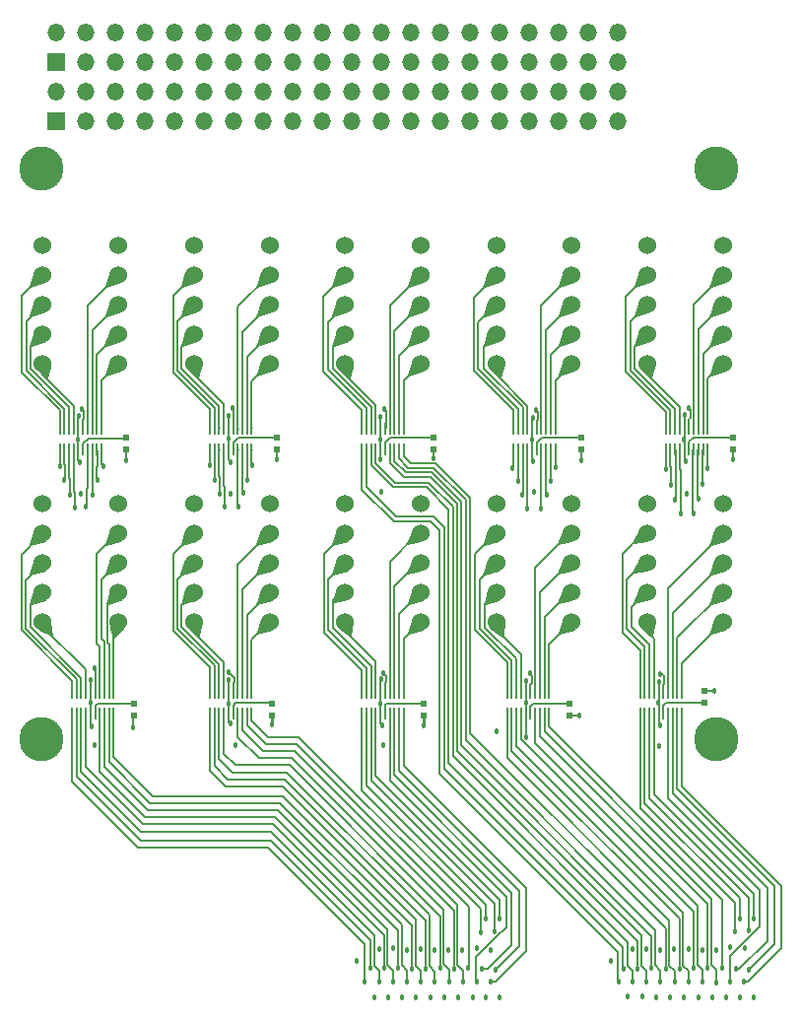
<source format=gbr>
%TF.GenerationSoftware,KiCad,Pcbnew,8.0.1*%
%TF.CreationDate,2024-12-13T12:15:52+05:30*%
%TF.ProjectId,GPIO HAT 1,4750494f-2048-4415-9420-312e6b696361,rev?*%
%TF.SameCoordinates,Original*%
%TF.FileFunction,Copper,L1,Top*%
%TF.FilePolarity,Positive*%
%FSLAX46Y46*%
G04 Gerber Fmt 4.6, Leading zero omitted, Abs format (unit mm)*
G04 Created by KiCad (PCBNEW 8.0.1) date 2024-12-13 12:15:52*
%MOMM*%
%LPD*%
G01*
G04 APERTURE LIST*
%TA.AperFunction,ComponentPad*%
%ADD10C,1.524000*%
%TD*%
%TA.AperFunction,SMDPad,CuDef*%
%ADD11R,0.500000X0.475000*%
%TD*%
%TA.AperFunction,SMDPad,CuDef*%
%ADD12R,0.200000X1.000000*%
%TD*%
%TA.AperFunction,ComponentPad*%
%ADD13R,1.500000X1.500000*%
%TD*%
%TA.AperFunction,ComponentPad*%
%ADD14O,1.500000X1.500000*%
%TD*%
%TA.AperFunction,ComponentPad*%
%ADD15C,3.810000*%
%TD*%
%TA.AperFunction,ViaPad*%
%ADD16C,0.457000*%
%TD*%
%TA.AperFunction,Conductor*%
%ADD17C,0.203200*%
%TD*%
%TA.AperFunction,Conductor*%
%ADD18C,0.127000*%
%TD*%
%TA.AperFunction,Conductor*%
%ADD19C,0.171958*%
%TD*%
%TA.AperFunction,Conductor*%
%ADD20C,0.254000*%
%TD*%
%TA.AperFunction,Conductor*%
%ADD21C,0.172000*%
%TD*%
G04 APERTURE END LIST*
D10*
%TO.P,J2,1,Pin_1*%
%TO.N,GND*%
X87265933Y-102819200D03*
%TO.P,J2,2,Pin_2*%
%TO.N,/GPIOT__RXN21*%
X87265933Y-105359200D03*
%TO.P,J2,3,Pin_3*%
%TO.N,/GPIOT__RXP21*%
X87265933Y-107899200D03*
%TO.P,J2,4,Pin_4*%
%TO.N,/GPIOT__RXP18*%
X87265933Y-110439200D03*
%TO.P,J2,5,Pin_5*%
%TO.N,/GPIOT__RXN18*%
X87265933Y-112979200D03*
%TD*%
%TO.P,J14,1,Pin_1*%
%TO.N,GND*%
X126229531Y-80619600D03*
%TO.P,J14,2,Pin_2*%
%TO.N,/GPIOB__TXP04*%
X126229531Y-83159600D03*
%TO.P,J14,3,Pin_3*%
%TO.N,/GPIOB__TXN04*%
X126229531Y-85699600D03*
%TO.P,J14,4,Pin_4*%
%TO.N,/GPIOB__TXN06*%
X126229531Y-88239600D03*
%TO.P,J14,5,Pin_5*%
%TO.N,/GPIOB__TXP06*%
X126229531Y-90779600D03*
%TD*%
%TO.P,J1,1,Pin_1*%
%TO.N,GND*%
X80772000Y-102819200D03*
%TO.P,J1,2,Pin_2*%
%TO.N,/GPIOT__RXP03*%
X80772000Y-105359200D03*
%TO.P,J1,3,Pin_3*%
%TO.N,/GPIOT__RXN03*%
X80772000Y-107899200D03*
%TO.P,J1,4,Pin_4*%
%TO.N,/GPIOT__RXP08*%
X80772000Y-110439200D03*
%TO.P,J1,5,Pin_5*%
%TO.N,/GPIOT__RXN08*%
X80772000Y-112979200D03*
%TD*%
D11*
%TO.P,R6,1*%
%TO.N,3.3V*%
X114342000Y-98150400D03*
%TO.P,R6,2*%
%TO.N,/NetR6_2*%
X114342000Y-97126400D03*
%TD*%
D10*
%TO.P,J9,1,Pin_1*%
%TO.N,GND*%
X106747732Y-102819200D03*
%TO.P,J9,2,Pin_2*%
%TO.N,/GPIOT__RXP12*%
X106747732Y-105359200D03*
%TO.P,J9,3,Pin_3*%
%TO.N,/GPIOT__RXN12*%
X106747732Y-107899200D03*
%TO.P,J9,4,Pin_4*%
%TO.N,/GPIOT__RXP14*%
X106747732Y-110439200D03*
%TO.P,J9,5,Pin_5*%
%TO.N,/GPIOT__RXN14*%
X106747732Y-112979200D03*
%TD*%
%TO.P,J17,1,Pin_1*%
%TO.N,GND*%
X132723464Y-80619600D03*
%TO.P,J17,2,Pin_2*%
%TO.N,/GPIOB__TXP09*%
X132723464Y-83159600D03*
%TO.P,J17,3,Pin_3*%
%TO.N,/GPIOB__TXN09*%
X132723464Y-85699600D03*
%TO.P,J17,4,Pin_4*%
%TO.N,/GPIOB__TXN10*%
X132723464Y-88239600D03*
%TO.P,J17,5,Pin_5*%
%TO.N,/GPIOB__TXP10*%
X132723464Y-90779600D03*
%TD*%
D12*
%TO.P,U10,1,A1*%
%TO.N,/GPIOB_TXN17*%
X132099400Y-120849800D03*
%TO.P,U10,2,A2*%
%TO.N,/GPIOB_TXP17*%
X132499400Y-120849800D03*
%TO.P,U10,3,A3*%
%TO.N,/GPIOB_TXN16*%
X132899400Y-120849800D03*
%TO.P,U10,4,A4*%
%TO.N,/GPIOB_TXP16*%
X133299400Y-120849800D03*
%TO.P,U10,5,VCCA*%
%TO.N,3.3V*%
X133699400Y-120849800D03*
%TO.P,U10,6,OE*%
%TO.N,/NetR10_2*%
X134099400Y-120849800D03*
%TO.P,U10,7,A5*%
%TO.N,/GPIOB_TXN14*%
X134499400Y-120849800D03*
%TO.P,U10,8,A6*%
%TO.N,/GPIOB_TXP14*%
X134899400Y-120849800D03*
%TO.P,U10,9,A7*%
%TO.N,/GPIOB_TXN19*%
X135299400Y-120849800D03*
%TO.P,U10,10,A8*%
%TO.N,/GPIOB_TXP19*%
X135699400Y-120849800D03*
%TO.P,U10,11,B8*%
%TO.N,/GPIOB__TXP19*%
X135699400Y-119049800D03*
%TO.P,U10,12,B7*%
%TO.N,/GPIOB__TXN19*%
X135299400Y-119049800D03*
%TO.P,U10,13,B6*%
%TO.N,/GPIOB__TXP14*%
X134899400Y-119049800D03*
%TO.P,U10,14,B5*%
%TO.N,/GPIOB__TXN14*%
X134499400Y-119049800D03*
%TO.P,U10,15,GND*%
%TO.N,GND*%
X134099400Y-119049800D03*
%TO.P,U10,16,VCCB*%
%TO.N,3.3V*%
X133699400Y-119049800D03*
%TO.P,U10,17,B4*%
%TO.N,/GPIOB__TXP16*%
X133299400Y-119049800D03*
%TO.P,U10,18,B3*%
%TO.N,/GPIOB__TXN16*%
X132899400Y-119049800D03*
%TO.P,U10,19,B2*%
%TO.N,/GPIOB__TXP17*%
X132499400Y-119049800D03*
%TO.P,U10,20,B1*%
%TO.N,/GPIOB__TXN17*%
X132099400Y-119049800D03*
%TD*%
D10*
%TO.P,J13,1,Pin_1*%
%TO.N,GND*%
X119735598Y-80619600D03*
%TO.P,J13,2,Pin_2*%
%TO.N,/GPIOB__TXN05*%
X119735598Y-83159600D03*
%TO.P,J13,3,Pin_3*%
%TO.N,/GPIOB__TXP05*%
X119735598Y-85699600D03*
%TO.P,J13,4,Pin_4*%
%TO.N,/GPIOB__TXP03*%
X119735598Y-88239600D03*
%TO.P,J13,5,Pin_5*%
%TO.N,/GPIOB__TXN03*%
X119735598Y-90779600D03*
%TD*%
D11*
%TO.P,R3,1*%
%TO.N,3.3V*%
X100431600Y-121035000D03*
%TO.P,R3,2*%
%TO.N,/NetR3_2*%
X100431600Y-120011000D03*
%TD*%
D12*
%TO.P,U6,1,A1*%
%TO.N,/GPIOB_TXN13*%
X108185200Y-98145600D03*
%TO.P,U6,2,A2*%
%TO.N,/GPIOB_TXP13*%
X108585200Y-98145600D03*
%TO.P,U6,3,A3*%
%TO.N,/GPIOB_TXN02*%
X108985200Y-98145600D03*
%TO.P,U6,4,A4*%
%TO.N,/GPIOB_TXP02*%
X109385200Y-98145600D03*
%TO.P,U6,5,VCCA*%
%TO.N,3.3V*%
X109785200Y-98145600D03*
%TO.P,U6,6,OE*%
%TO.N,/NetR6_2*%
X110185200Y-98145600D03*
%TO.P,U6,7,A5*%
%TO.N,/GPIOB_TXN00*%
X110585200Y-98145600D03*
%TO.P,U6,8,A6*%
%TO.N,/GPIOB_TXP00*%
X110985200Y-98145600D03*
%TO.P,U6,9,A7*%
%TO.N,/GPIOB_TXN01*%
X111385200Y-98145600D03*
%TO.P,U6,10,A8*%
%TO.N,/GPIOB_TXP01*%
X111785200Y-98145600D03*
%TO.P,U6,11,B8*%
%TO.N,/GPIOB__TXP01*%
X111785200Y-96345600D03*
%TO.P,U6,12,B7*%
%TO.N,/GPIOB__TXN01*%
X111385200Y-96345600D03*
%TO.P,U6,13,B6*%
%TO.N,/GPIOB__TXP00*%
X110985200Y-96345600D03*
%TO.P,U6,14,B5*%
%TO.N,/GPIOB__TXN00*%
X110585200Y-96345600D03*
%TO.P,U6,15,GND*%
%TO.N,GND*%
X110185200Y-96345600D03*
%TO.P,U6,16,VCCB*%
%TO.N,3.3V*%
X109785200Y-96345600D03*
%TO.P,U6,17,B4*%
%TO.N,/GPIOB__TXP02*%
X109385200Y-96345600D03*
%TO.P,U6,18,B3*%
%TO.N,/GPIOB__TXN02*%
X108985200Y-96345600D03*
%TO.P,U6,19,B2*%
%TO.N,/GPIOB__TXP13*%
X108585200Y-96345600D03*
%TO.P,U6,20,B1*%
%TO.N,/GPIOB__TXN13*%
X108185200Y-96345600D03*
%TD*%
D13*
%TO.P,J23,1,Pin_1*%
%TO.N,3.3V*%
X81885400Y-69969700D03*
D14*
%TO.P,J23,2,Pin_2*%
%TO.N,unconnected-(J23-Pin_2-Pad2)*%
X81885400Y-67429700D03*
%TO.P,J23,3,Pin_3*%
%TO.N,unconnected-(J23-Pin_3-Pad3)*%
X84425400Y-69969700D03*
%TO.P,J23,4,Pin_4*%
%TO.N,unconnected-(J23-Pin_4-Pad4)*%
X84425400Y-67429700D03*
%TO.P,J23,5,Pin_5*%
%TO.N,unconnected-(J23-Pin_5-Pad5)*%
X86965400Y-69969700D03*
%TO.P,J23,6,Pin_6*%
%TO.N,GND*%
X86965400Y-67429700D03*
%TO.P,J23,7,Pin_7*%
%TO.N,unconnected-(J23-Pin_7-Pad7)*%
X89505400Y-69969700D03*
%TO.P,J23,8,Pin_8*%
%TO.N,unconnected-(J23-Pin_8-Pad8)*%
X89505400Y-67429700D03*
%TO.P,J23,9,Pin_9*%
%TO.N,GND*%
X92045400Y-69969700D03*
%TO.P,J23,10,Pin_10*%
%TO.N,unconnected-(J23-Pin_10-Pad10)*%
X92045400Y-67429700D03*
%TO.P,J23,11,Pin_11*%
%TO.N,unconnected-(J23-Pin_11-Pad11)*%
X94585400Y-69969700D03*
%TO.P,J23,12,Pin_12*%
%TO.N,unconnected-(J23-Pin_12-Pad12)*%
X94585400Y-67429700D03*
%TO.P,J23,13,Pin_13*%
%TO.N,unconnected-(J23-Pin_13-Pad13)*%
X97125400Y-69969700D03*
%TO.P,J23,14,Pin_14*%
%TO.N,GND*%
X97125400Y-67429700D03*
%TO.P,J23,15,Pin_15*%
%TO.N,unconnected-(J23-Pin_15-Pad15)*%
X99665400Y-69969700D03*
%TO.P,J23,16,Pin_16*%
%TO.N,unconnected-(J23-Pin_16-Pad16)*%
X99665400Y-67429700D03*
%TO.P,J23,17,Pin_17*%
%TO.N,3.3V*%
X102205400Y-69969700D03*
%TO.P,J23,18,Pin_18*%
%TO.N,unconnected-(J23-Pin_18-Pad18)*%
X102205400Y-67429700D03*
%TO.P,J23,19,Pin_19*%
%TO.N,unconnected-(J23-Pin_19-Pad19)*%
X104745400Y-69969700D03*
%TO.P,J23,20,Pin_20*%
%TO.N,GND*%
X104745400Y-67429700D03*
%TO.P,J23,21,Pin_21*%
X107285400Y-69969700D03*
%TO.P,J23,22,Pin_22*%
%TO.N,unconnected-(J23-Pin_22-Pad22)*%
X107285400Y-67429700D03*
%TO.P,J23,23,Pin_23*%
%TO.N,unconnected-(J23-Pin_23-Pad23)*%
X109825400Y-69969700D03*
%TO.P,J23,24,Pin_24*%
%TO.N,GND*%
X109825400Y-67429700D03*
%TO.P,J23,25,Pin_25*%
X112365400Y-69969700D03*
%TO.P,J23,26,Pin_26*%
%TO.N,unconnected-(J23-Pin_26-Pad26)*%
X112365400Y-67429700D03*
%TO.P,J23,27,Pin_27*%
%TO.N,unconnected-(J23-Pin_27-Pad27)*%
X114905400Y-69969700D03*
%TO.P,J23,28,Pin_28*%
%TO.N,unconnected-(J23-Pin_28-Pad28)*%
X114905400Y-67429700D03*
%TO.P,J23,29,Pin_29*%
%TO.N,unconnected-(J23-Pin_29-Pad29)*%
X117445400Y-69969700D03*
%TO.P,J23,30,Pin_30*%
%TO.N,GND*%
X117445400Y-67429700D03*
%TO.P,J23,31,Pin_31*%
%TO.N,unconnected-(J23-Pin_31-Pad31)*%
X119985400Y-69969700D03*
%TO.P,J23,32,Pin_32*%
%TO.N,unconnected-(J23-Pin_32-Pad32)*%
X119985400Y-67429700D03*
%TO.P,J23,33,Pin_33*%
%TO.N,unconnected-(J23-Pin_33-Pad33)*%
X122525400Y-69969700D03*
%TO.P,J23,34,Pin_34*%
%TO.N,GND*%
X122525400Y-67429700D03*
%TO.P,J23,35,Pin_35*%
%TO.N,unconnected-(J23-Pin_35-Pad35)*%
X125065400Y-69969700D03*
%TO.P,J23,36,Pin_36*%
%TO.N,unconnected-(J23-Pin_36-Pad36)*%
X125065400Y-67429700D03*
%TO.P,J23,37,Pin_37*%
%TO.N,unconnected-(J23-Pin_37-Pad37)*%
X127605400Y-69969700D03*
%TO.P,J23,38,Pin_38*%
%TO.N,unconnected-(J23-Pin_38-Pad38)*%
X127605400Y-67429700D03*
%TO.P,J23,39,Pin_39*%
%TO.N,GND*%
X130145400Y-69969700D03*
%TO.P,J23,40,Pin_40*%
%TO.N,unconnected-(J23-Pin_40-Pad40)*%
X130145400Y-67429700D03*
%TD*%
D15*
%TO.P,,*%
%TO.N,*%
X138640000Y-74009900D03*
%TD*%
D10*
%TO.P,J10,1,Pin_1*%
%TO.N,GND*%
X113241665Y-102819200D03*
%TO.P,J10,2,Pin_2*%
%TO.N,/GPIOT__RXP11*%
X113241665Y-105359200D03*
%TO.P,J10,3,Pin_3*%
%TO.N,/GPIOT__RXN11*%
X113241665Y-107899200D03*
%TO.P,J10,4,Pin_4*%
%TO.N,/GPIOT__RXN13*%
X113241665Y-110439200D03*
%TO.P,J10,5,Pin_5*%
%TO.N,/GPIOT__RXP13*%
X113241665Y-112979200D03*
%TD*%
%TO.P,J7,1,Pin_1*%
%TO.N,GND*%
X93759866Y-80619600D03*
%TO.P,J7,2,Pin_2*%
%TO.N,/GPIOT__RXP15*%
X93759866Y-83159600D03*
%TO.P,J7,3,Pin_3*%
%TO.N,/GPIOT__RXN15*%
X93759866Y-85699600D03*
%TO.P,J7,4,Pin_4*%
%TO.N,/GPIOT__RXP16*%
X93759866Y-88239600D03*
%TO.P,J7,5,Pin_5*%
%TO.N,/GPIOT__RXN16*%
X93759866Y-90779600D03*
%TD*%
%TO.P,J12,1,Pin_1*%
%TO.N,GND*%
X113241665Y-80619600D03*
%TO.P,J12,2,Pin_2*%
%TO.N,/GPIOB__TXN00*%
X113241665Y-83159600D03*
%TO.P,J12,3,Pin_3*%
%TO.N,/GPIOB__TXP00*%
X113241665Y-85699600D03*
%TO.P,J12,4,Pin_4*%
%TO.N,/GPIOB__TXN01*%
X113241665Y-88239600D03*
%TO.P,J12,5,Pin_5*%
%TO.N,/GPIOB__TXP01*%
X113241665Y-90779600D03*
%TD*%
%TO.P,J15,1,Pin_1*%
%TO.N,GND*%
X119735598Y-102819200D03*
%TO.P,J15,2,Pin_2*%
%TO.N,/GPIOB__TXN08*%
X119735598Y-105359200D03*
%TO.P,J15,3,Pin_3*%
%TO.N,/GPIOB__TXP08*%
X119735598Y-107899200D03*
%TO.P,J15,4,Pin_4*%
%TO.N,/GPIOB__TXP07*%
X119735598Y-110439200D03*
%TO.P,J15,5,Pin_5*%
%TO.N,/GPIOB__TXN07*%
X119735598Y-112979200D03*
%TD*%
%TO.P,J8,1,Pin_1*%
%TO.N,GND*%
X100253799Y-80619600D03*
%TO.P,J8,2,Pin_2*%
%TO.N,/GPIOT__RXP09*%
X100253799Y-83159600D03*
%TO.P,J8,3,Pin_3*%
%TO.N,/GPIOT__RXN09*%
X100253799Y-85699600D03*
%TO.P,J8,4,Pin_4*%
%TO.N,/GPIOT__RXN17*%
X100253799Y-88239600D03*
%TO.P,J8,5,Pin_5*%
%TO.N,/GPIOT__RXP17*%
X100253799Y-90779600D03*
%TD*%
%TO.P,J16,1,Pin_1*%
%TO.N,GND*%
X126229531Y-102819200D03*
%TO.P,J16,2,Pin_2*%
%TO.N,/GPIOB__TXN11*%
X126229531Y-105359200D03*
%TO.P,J16,3,Pin_3*%
%TO.N,/GPIOB__TXP11*%
X126229531Y-107899200D03*
%TO.P,J16,4,Pin_4*%
%TO.N,/GPIOB__TXP15*%
X126229531Y-110439200D03*
%TO.P,J16,5,Pin_5*%
%TO.N,/GPIOB__TXN15*%
X126229531Y-112979200D03*
%TD*%
D11*
%TO.P,R10,1*%
%TO.N,3.3V*%
X137668000Y-118893400D03*
%TO.P,R10,2*%
%TO.N,/NetR10_2*%
X137668000Y-119917400D03*
%TD*%
D12*
%TO.P,U7,1,A1*%
%TO.N,/GPIOB_TXN05*%
X121212200Y-98145600D03*
%TO.P,U7,2,A2*%
%TO.N,/GPIOB_TXP05*%
X121612200Y-98145600D03*
%TO.P,U7,3,A3*%
%TO.N,/GPIOB_TXP03*%
X122012200Y-98145600D03*
%TO.P,U7,4,A4*%
%TO.N,/GPIOB_TXN03*%
X122412200Y-98145600D03*
%TO.P,U7,5,VCCA*%
%TO.N,3.3V*%
X122812200Y-98145600D03*
%TO.P,U7,6,OE*%
%TO.N,/NetR7_2*%
X123212200Y-98145600D03*
%TO.P,U7,7,A5*%
%TO.N,/GPIOB_TXP04*%
X123612200Y-98145600D03*
%TO.P,U7,8,A6*%
%TO.N,/GPIOB_TXN04*%
X124012200Y-98145600D03*
%TO.P,U7,9,A7*%
%TO.N,/GPIOB_TXN06*%
X124412200Y-98145600D03*
%TO.P,U7,10,A8*%
%TO.N,/GPIOB_TXP06*%
X124812200Y-98145600D03*
%TO.P,U7,11,B8*%
%TO.N,/GPIOB__TXP06*%
X124812200Y-96345600D03*
%TO.P,U7,12,B7*%
%TO.N,/GPIOB__TXN06*%
X124412200Y-96345600D03*
%TO.P,U7,13,B6*%
%TO.N,/GPIOB__TXN04*%
X124012200Y-96345600D03*
%TO.P,U7,14,B5*%
%TO.N,/GPIOB__TXP04*%
X123612200Y-96345600D03*
%TO.P,U7,15,GND*%
%TO.N,GND*%
X123212200Y-96345600D03*
%TO.P,U7,16,VCCB*%
%TO.N,3.3V*%
X122812200Y-96345600D03*
%TO.P,U7,17,B4*%
%TO.N,/GPIOB__TXN03*%
X122412200Y-96345600D03*
%TO.P,U7,18,B3*%
%TO.N,/GPIOB__TXP03*%
X122012200Y-96345600D03*
%TO.P,U7,19,B2*%
%TO.N,/GPIOB__TXP05*%
X121612200Y-96345600D03*
%TO.P,U7,20,B1*%
%TO.N,/GPIOB__TXN05*%
X121212200Y-96345600D03*
%TD*%
D10*
%TO.P,J5,1,Pin_1*%
%TO.N,GND*%
X93759866Y-102819200D03*
%TO.P,J5,2,Pin_2*%
%TO.N,/GPIOT__RXP19*%
X93759866Y-105359200D03*
%TO.P,J5,3,Pin_3*%
%TO.N,/GPIOT__RXN19*%
X93759866Y-107899200D03*
%TO.P,J5,4,Pin_4*%
%TO.N,/GPIOT__RXP02*%
X93759866Y-110439200D03*
%TO.P,J5,5,Pin_5*%
%TO.N,/GPIOT__RXN02*%
X93759866Y-112979200D03*
%TD*%
D11*
%TO.P,R8,1*%
%TO.N,3.3V*%
X126034800Y-121035000D03*
%TO.P,R8,2*%
%TO.N,/Net8_2*%
X126034800Y-120011000D03*
%TD*%
D12*
%TO.P,U1,1,A1*%
%TO.N,/GPIOT_RXP03*%
X83267800Y-120849800D03*
%TO.P,U1,2,A2*%
%TO.N,/GPIOT_RXN03*%
X83667800Y-120849800D03*
%TO.P,U1,3,A3*%
%TO.N,/GPIOT_RXP08*%
X84067800Y-120849800D03*
%TO.P,U1,4,A4*%
%TO.N,/GPIOT_RXN08*%
X84467800Y-120849800D03*
%TO.P,U1,5,VCCA*%
%TO.N,3.3V*%
X84867800Y-120849800D03*
%TO.P,U1,6,OE*%
%TO.N,/NetR1_2*%
X85267800Y-120849800D03*
%TO.P,U1,7,A5*%
%TO.N,/GPIOT_RXN21*%
X85667800Y-120849800D03*
%TO.P,U1,8,A6*%
%TO.N,/GPIOT_RXP21*%
X86067800Y-120849800D03*
%TO.P,U1,9,A7*%
%TO.N,/GPIOT_RXP18*%
X86467800Y-120849800D03*
%TO.P,U1,10,A8*%
%TO.N,/GPIOT_RXN18*%
X86867800Y-120849800D03*
%TO.P,U1,11,B8*%
%TO.N,/GPIOT__RXN18*%
X86867800Y-119049800D03*
%TO.P,U1,12,B7*%
%TO.N,/GPIOT__RXP18*%
X86467800Y-119049800D03*
%TO.P,U1,13,B6*%
%TO.N,/GPIOT__RXP21*%
X86067800Y-119049800D03*
%TO.P,U1,14,B5*%
%TO.N,/GPIOT__RXN21*%
X85667800Y-119049800D03*
%TO.P,U1,15,GND*%
%TO.N,GND*%
X85267800Y-119049800D03*
%TO.P,U1,16,VCCB*%
%TO.N,3.3V*%
X84867800Y-119049800D03*
%TO.P,U1,17,B4*%
%TO.N,/GPIOT__RXN08*%
X84467800Y-119049800D03*
%TO.P,U1,18,B3*%
%TO.N,/GPIOT__RXP08*%
X84067800Y-119049800D03*
%TO.P,U1,19,B2*%
%TO.N,/GPIOT__RXN03*%
X83667800Y-119049800D03*
%TO.P,U1,20,B1*%
%TO.N,/GPIOT__RXP03*%
X83267800Y-119049800D03*
%TD*%
D11*
%TO.P,R5,1*%
%TO.N,3.3V*%
X113538000Y-121035000D03*
%TO.P,R5,2*%
%TO.N,/NetR5_2*%
X113538000Y-120011000D03*
%TD*%
D12*
%TO.P,U2,1,A1*%
%TO.N,/GPIOT_RXP06*%
X82223200Y-98145600D03*
%TO.P,U2,2,A2*%
%TO.N,/GPIOT_RXN06*%
X82623200Y-98145600D03*
%TO.P,U2,3,A3*%
%TO.N,/GPIOT_RXN01*%
X83023200Y-98145600D03*
%TO.P,U2,4,A4*%
%TO.N,/GPIOT_RXP01*%
X83423200Y-98145600D03*
%TO.P,U2,5,VCCA*%
%TO.N,3.3V*%
X83823200Y-98145600D03*
%TO.P,U2,6,OE*%
%TO.N,/NetR2_2*%
X84223200Y-98145600D03*
%TO.P,U2,7,A5*%
%TO.N,/GPIOT_RXP05*%
X84623200Y-98145600D03*
%TO.P,U2,8,A6*%
%TO.N,/GPIOT_RXN05*%
X85023200Y-98145600D03*
%TO.P,U2,9,A7*%
%TO.N,/GPIOT_RXN20*%
X85423200Y-98145600D03*
%TO.P,U2,10,A8*%
%TO.N,/GPIOT_RXP20*%
X85823200Y-98145600D03*
%TO.P,U2,11,B8*%
%TO.N,/GPIOT__RXP20*%
X85823200Y-96345600D03*
%TO.P,U2,12,B7*%
%TO.N,/GPIOT__RXN20*%
X85423200Y-96345600D03*
%TO.P,U2,13,B6*%
%TO.N,/GPIOT__RXN05*%
X85023200Y-96345600D03*
%TO.P,U2,14,B5*%
%TO.N,/GPIOT__RXP05*%
X84623200Y-96345600D03*
%TO.P,U2,15,GND*%
%TO.N,GND*%
X84223200Y-96345600D03*
%TO.P,U2,16,VCCB*%
%TO.N,3.3V*%
X83823200Y-96345600D03*
%TO.P,U2,17,B4*%
%TO.N,/GPIOT__RXP01*%
X83423200Y-96345600D03*
%TO.P,U2,18,B3*%
%TO.N,/GPIOT__RXN01*%
X83023200Y-96345600D03*
%TO.P,U2,19,B2*%
%TO.N,/GPIOT__RXN06*%
X82623200Y-96345600D03*
%TO.P,U2,20,B1*%
%TO.N,/GPIOT__RXP06*%
X82223200Y-96345600D03*
%TD*%
D11*
%TO.P,R1,1*%
%TO.N,3.3V*%
X88569800Y-121035000D03*
%TO.P,R1,2*%
%TO.N,/NetR1_2*%
X88569800Y-120011000D03*
%TD*%
D12*
%TO.P,U9,1,A1*%
%TO.N,/GPIOB_TXP09*%
X134309000Y-98145600D03*
%TO.P,U9,2,A2*%
%TO.N,/GPIOB_TXN09*%
X134709000Y-98145600D03*
%TO.P,U9,3,A3*%
%TO.N,/GPIOB_TXN10*%
X135109000Y-98145600D03*
%TO.P,U9,4,A4*%
%TO.N,/GPIOB_TXP10*%
X135509000Y-98145600D03*
%TO.P,U9,5,VCCA*%
%TO.N,3.3V*%
X135909000Y-98145600D03*
%TO.P,U9,6,OE*%
%TO.N,/NetR9_2*%
X136309000Y-98145600D03*
%TO.P,U9,7,A5*%
%TO.N,/GPIOB_TXN18*%
X136709000Y-98145600D03*
%TO.P,U9,8,A6*%
%TO.N,/GPIOB_TXP18*%
X137109000Y-98145600D03*
%TO.P,U9,9,A7*%
%TO.N,/GPIOB_TXP12*%
X137509000Y-98145600D03*
%TO.P,U9,10,A8*%
%TO.N,/GPIOB_TXN12*%
X137909000Y-98145600D03*
%TO.P,U9,11,B8*%
%TO.N,/GPIOB__TXN12*%
X137909000Y-96345600D03*
%TO.P,U9,12,B7*%
%TO.N,/GPIOB__TXP12*%
X137509000Y-96345600D03*
%TO.P,U9,13,B6*%
%TO.N,/GPIOB__TXP18*%
X137109000Y-96345600D03*
%TO.P,U9,14,B5*%
%TO.N,/GPIOB__TXN18*%
X136709000Y-96345600D03*
%TO.P,U9,15,GND*%
%TO.N,GND*%
X136309000Y-96345600D03*
%TO.P,U9,16,VCCB*%
%TO.N,3.3V*%
X135909000Y-96345600D03*
%TO.P,U9,17,B4*%
%TO.N,/GPIOB__TXP10*%
X135509000Y-96345600D03*
%TO.P,U9,18,B3*%
%TO.N,/GPIOB__TXN10*%
X135109000Y-96345600D03*
%TO.P,U9,19,B2*%
%TO.N,/GPIOB__TXN09*%
X134709000Y-96345600D03*
%TO.P,U9,20,B1*%
%TO.N,/GPIOB__TXP09*%
X134309000Y-96345600D03*
%TD*%
D10*
%TO.P,J19,1,Pin_1*%
%TO.N,GND*%
X132723464Y-102819200D03*
%TO.P,J19,2,Pin_2*%
%TO.N,/GPIOB__TXN17*%
X132723464Y-105359200D03*
%TO.P,J19,3,Pin_3*%
%TO.N,/GPIOB__TXP17*%
X132723464Y-107899200D03*
%TO.P,J19,4,Pin_4*%
%TO.N,/GPIOB__TXN16*%
X132723464Y-110439200D03*
%TO.P,J19,5,Pin_5*%
%TO.N,/GPIOB__TXP16*%
X132723464Y-112979200D03*
%TD*%
%TO.P,J3,1,Pin_1*%
%TO.N,GND*%
X80772000Y-80619600D03*
%TO.P,J3,2,Pin_2*%
%TO.N,/GPIOT__RXP06*%
X80772000Y-83159600D03*
%TO.P,J3,3,Pin_3*%
%TO.N,/GPIOT__RXN06*%
X80772000Y-85699600D03*
%TO.P,J3,4,Pin_4*%
%TO.N,/GPIOT__RXN01*%
X80772000Y-88239600D03*
%TO.P,J3,5,Pin_5*%
%TO.N,/GPIOT__RXP01*%
X80772000Y-90779600D03*
%TD*%
D11*
%TO.P,R7,1*%
%TO.N,3.3V*%
X127028200Y-98150400D03*
%TO.P,R7,2*%
%TO.N,/NetR7_2*%
X127028200Y-97126400D03*
%TD*%
%TO.P,R4,1*%
%TO.N,3.3V*%
X100923000Y-98150400D03*
%TO.P,R4,2*%
%TO.N,/NetR4_2*%
X100923000Y-97126400D03*
%TD*%
D12*
%TO.P,U8,1,A1*%
%TO.N,/GPIOB_TXN08*%
X120675600Y-120849800D03*
%TO.P,U8,2,A2*%
%TO.N,/GPIOB_TXP08*%
X121075600Y-120849800D03*
%TO.P,U8,3,A3*%
%TO.N,/GPIOB_TXP07*%
X121475600Y-120849800D03*
%TO.P,U8,4,A4*%
%TO.N,/GPIOB_TXN07*%
X121875600Y-120849800D03*
%TO.P,U8,5,VCCA*%
%TO.N,3.3V*%
X122275600Y-120849800D03*
%TO.P,U8,6,OE*%
%TO.N,/Net8_2*%
X122675600Y-120849800D03*
%TO.P,U8,7,A5*%
%TO.N,/GPIOB_TXN11*%
X123075600Y-120849800D03*
%TO.P,U8,8,A6*%
%TO.N,/GPIOB_TXP11*%
X123475600Y-120849800D03*
%TO.P,U8,9,A7*%
%TO.N,/GPIOB_TXP15*%
X123875600Y-120849800D03*
%TO.P,U8,10,A8*%
%TO.N,/GPIOB_TXN15*%
X124275600Y-120849800D03*
%TO.P,U8,11,B8*%
%TO.N,/GPIOB__TXN15*%
X124275600Y-119049800D03*
%TO.P,U8,12,B7*%
%TO.N,/GPIOB__TXP15*%
X123875600Y-119049800D03*
%TO.P,U8,13,B6*%
%TO.N,/GPIOB__TXP11*%
X123475600Y-119049800D03*
%TO.P,U8,14,B5*%
%TO.N,/GPIOB__TXN11*%
X123075600Y-119049800D03*
%TO.P,U8,15,GND*%
%TO.N,GND*%
X122675600Y-119049800D03*
%TO.P,U8,16,VCCB*%
%TO.N,3.3V*%
X122275600Y-119049800D03*
%TO.P,U8,17,B4*%
%TO.N,/GPIOB__TXN07*%
X121875600Y-119049800D03*
%TO.P,U8,18,B3*%
%TO.N,/GPIOB__TXP07*%
X121475600Y-119049800D03*
%TO.P,U8,19,B2*%
%TO.N,/GPIOB__TXP08*%
X121075600Y-119049800D03*
%TO.P,U8,20,B1*%
%TO.N,/GPIOB__TXN08*%
X120675600Y-119049800D03*
%TD*%
D10*
%TO.P,J11,1,Pin_1*%
%TO.N,GND*%
X106747732Y-80619600D03*
%TO.P,J11,2,Pin_2*%
%TO.N,/GPIOB__TXN13*%
X106747732Y-83159600D03*
%TO.P,J11,3,Pin_3*%
%TO.N,/GPIOB__TXP13*%
X106747732Y-85699600D03*
%TO.P,J11,4,Pin_4*%
%TO.N,/GPIOB__TXN02*%
X106747732Y-88239600D03*
%TO.P,J11,5,Pin_5*%
%TO.N,/GPIOB__TXP02*%
X106747732Y-90779600D03*
%TD*%
D12*
%TO.P,U5,1,A1*%
%TO.N,/GPIOT_RXP12*%
X108185200Y-120849800D03*
%TO.P,U5,2,A2*%
%TO.N,/GPIOT_RXN12*%
X108585200Y-120849800D03*
%TO.P,U5,3,A3*%
%TO.N,/GPIOT_RXP14*%
X108985200Y-120849800D03*
%TO.P,U5,4,A4*%
%TO.N,/GPIOT_RXN14*%
X109385200Y-120849800D03*
%TO.P,U5,5,VCCA*%
%TO.N,3.3V*%
X109785200Y-120849800D03*
%TO.P,U5,6,OE*%
%TO.N,/NetR5_2*%
X110185200Y-120849800D03*
%TO.P,U5,7,A5*%
%TO.N,/GPIOT_RXP11*%
X110585200Y-120849800D03*
%TO.P,U5,8,A6*%
%TO.N,/GPIOT_RXN11*%
X110985200Y-120849800D03*
%TO.P,U5,9,A7*%
%TO.N,/GPIOT_RXN13*%
X111385200Y-120849800D03*
%TO.P,U5,10,A8*%
%TO.N,/GPIOT_RXP13*%
X111785200Y-120849800D03*
%TO.P,U5,11,B8*%
%TO.N,/GPIOT__RXP13*%
X111785200Y-119049800D03*
%TO.P,U5,12,B7*%
%TO.N,/GPIOT__RXN13*%
X111385200Y-119049800D03*
%TO.P,U5,13,B6*%
%TO.N,/GPIOT__RXN11*%
X110985200Y-119049800D03*
%TO.P,U5,14,B5*%
%TO.N,/GPIOT__RXP11*%
X110585200Y-119049800D03*
%TO.P,U5,15,GND*%
%TO.N,GND*%
X110185200Y-119049800D03*
%TO.P,U5,16,VCCB*%
%TO.N,3.3V*%
X109785200Y-119049800D03*
%TO.P,U5,17,B4*%
%TO.N,/GPIOT__RXN14*%
X109385200Y-119049800D03*
%TO.P,U5,18,B3*%
%TO.N,/GPIOT__RXP14*%
X108985200Y-119049800D03*
%TO.P,U5,19,B2*%
%TO.N,/GPIOT__RXN12*%
X108585200Y-119049800D03*
%TO.P,U5,20,B1*%
%TO.N,/GPIOT__RXP12*%
X108185200Y-119049800D03*
%TD*%
D15*
%TO.P,,*%
%TO.N,*%
X80665400Y-74060700D03*
%TD*%
%TO.P,,*%
%TO.N,*%
X138640000Y-123031900D03*
%TD*%
D10*
%TO.P,J4,1,Pin_1*%
%TO.N,GND*%
X87265933Y-80619600D03*
%TO.P,J4,2,Pin_2*%
%TO.N,/GPIOT__RXP05*%
X87265933Y-83159600D03*
%TO.P,J4,3,Pin_3*%
%TO.N,/GPIOT__RXN05*%
X87265933Y-85699600D03*
%TO.P,J4,4,Pin_4*%
%TO.N,/GPIOT__RXN20*%
X87265933Y-88239600D03*
%TO.P,J4,5,Pin_5*%
%TO.N,/GPIOT__RXP20*%
X87265933Y-90779600D03*
%TD*%
D11*
%TO.P,R9,1*%
%TO.N,3.3V*%
X140062400Y-98150400D03*
%TO.P,R9,2*%
%TO.N,/NetR9_2*%
X140062400Y-97126400D03*
%TD*%
D13*
%TO.P,J24,1,Pin_1*%
%TO.N,unconnected-(J24-Pin_1-Pad1)*%
X81885400Y-64889700D03*
D14*
%TO.P,J24,2,Pin_2*%
%TO.N,unconnected-(J24-Pin_2-Pad2)*%
X81885400Y-62349700D03*
%TO.P,J24,3,Pin_3*%
%TO.N,unconnected-(J24-Pin_3-Pad3)*%
X84425400Y-64889700D03*
%TO.P,J24,4,Pin_4*%
%TO.N,unconnected-(J24-Pin_4-Pad4)*%
X84425400Y-62349700D03*
%TO.P,J24,5,Pin_5*%
%TO.N,unconnected-(J24-Pin_5-Pad5)*%
X86965400Y-64889700D03*
%TO.P,J24,6,Pin_6*%
%TO.N,unconnected-(J24-Pin_6-Pad6)*%
X86965400Y-62349700D03*
%TO.P,J24,7,Pin_7*%
%TO.N,unconnected-(J24-Pin_7-Pad7)*%
X89505400Y-64889700D03*
%TO.P,J24,8,Pin_8*%
%TO.N,unconnected-(J24-Pin_8-Pad8)*%
X89505400Y-62349700D03*
%TO.P,J24,9,Pin_9*%
%TO.N,unconnected-(J24-Pin_9-Pad9)*%
X92045400Y-64889700D03*
%TO.P,J24,10,Pin_10*%
%TO.N,unconnected-(J24-Pin_10-Pad10)*%
X92045400Y-62349700D03*
%TO.P,J24,11,Pin_11*%
%TO.N,unconnected-(J24-Pin_11-Pad11)*%
X94585400Y-64889700D03*
%TO.P,J24,12,Pin_12*%
%TO.N,unconnected-(J24-Pin_12-Pad12)*%
X94585400Y-62349700D03*
%TO.P,J24,13,Pin_13*%
%TO.N,unconnected-(J24-Pin_13-Pad13)*%
X97125400Y-64889700D03*
%TO.P,J24,14,Pin_14*%
%TO.N,unconnected-(J24-Pin_14-Pad14)*%
X97125400Y-62349700D03*
%TO.P,J24,15,Pin_15*%
%TO.N,unconnected-(J24-Pin_15-Pad15)*%
X99665400Y-64889700D03*
%TO.P,J24,16,Pin_16*%
%TO.N,unconnected-(J24-Pin_16-Pad16)*%
X99665400Y-62349700D03*
%TO.P,J24,17,Pin_17*%
%TO.N,unconnected-(J24-Pin_17-Pad17)*%
X102205400Y-64889700D03*
%TO.P,J24,18,Pin_18*%
%TO.N,unconnected-(J24-Pin_18-Pad18)*%
X102205400Y-62349700D03*
%TO.P,J24,19,Pin_19*%
%TO.N,GND*%
X104745400Y-64889700D03*
%TO.P,J24,20,Pin_20*%
X104745400Y-62349700D03*
%TO.P,J24,21,Pin_21*%
X107285400Y-64889700D03*
%TO.P,J24,22,Pin_22*%
X107285400Y-62349700D03*
%TO.P,J24,23,Pin_23*%
%TO.N,unconnected-(J24-Pin_23-Pad23)*%
X109825400Y-64889700D03*
%TO.P,J24,24,Pin_24*%
%TO.N,unconnected-(J24-Pin_24-Pad24)*%
X109825400Y-62349700D03*
%TO.P,J24,25,Pin_25*%
%TO.N,unconnected-(J24-Pin_25-Pad25)*%
X112365400Y-64889700D03*
%TO.P,J24,26,Pin_26*%
%TO.N,GND*%
X112365400Y-62349700D03*
%TO.P,J24,27,Pin_27*%
X114905400Y-64889700D03*
%TO.P,J24,28,Pin_28*%
X114905400Y-62349700D03*
%TO.P,J24,29,Pin_29*%
%TO.N,unconnected-(J24-Pin_29-Pad29)*%
X117445400Y-64889700D03*
%TO.P,J24,30,Pin_30*%
%TO.N,unconnected-(J24-Pin_30-Pad30)*%
X117445400Y-62349700D03*
%TO.P,J24,31,Pin_31*%
%TO.N,unconnected-(J24-Pin_31-Pad31)*%
X119985400Y-64889700D03*
%TO.P,J24,32,Pin_32*%
%TO.N,unconnected-(J24-Pin_32-Pad32)*%
X119985400Y-62349700D03*
%TO.P,J24,33,Pin_33*%
%TO.N,unconnected-(J24-Pin_33-Pad33)*%
X122525400Y-64889700D03*
%TO.P,J24,34,Pin_34*%
%TO.N,unconnected-(J24-Pin_34-Pad34)*%
X122525400Y-62349700D03*
%TO.P,J24,35,Pin_35*%
%TO.N,unconnected-(J24-Pin_35-Pad35)*%
X125065400Y-64889700D03*
%TO.P,J24,36,Pin_36*%
%TO.N,unconnected-(J24-Pin_36-Pad36)*%
X125065400Y-62349700D03*
%TO.P,J24,37,Pin_37*%
%TO.N,GND*%
X127605400Y-64889700D03*
%TO.P,J24,38,Pin_38*%
X127605400Y-62349700D03*
%TO.P,J24,39,Pin_39*%
%TO.N,unconnected-(J24-Pin_39-Pad39)*%
X130145400Y-64889700D03*
%TO.P,J24,40,Pin_40*%
%TO.N,unconnected-(J24-Pin_40-Pad40)*%
X130145400Y-62349700D03*
%TD*%
D12*
%TO.P,U4,1,A1*%
%TO.N,/GPIOT_RXP15*%
X95123200Y-98145600D03*
%TO.P,U4,2,A2*%
%TO.N,/GPIOT_RXN15*%
X95523200Y-98145600D03*
%TO.P,U4,3,A3*%
%TO.N,/GPIOT_RXP16*%
X95923200Y-98145600D03*
%TO.P,U4,4,A4*%
%TO.N,/GPIOT_RXN16*%
X96323200Y-98145600D03*
%TO.P,U4,5,VCCA*%
%TO.N,3.3V*%
X96723200Y-98145600D03*
%TO.P,U4,6,OE*%
%TO.N,/NetR4_2*%
X97123200Y-98145600D03*
%TO.P,U4,7,A5*%
%TO.N,/GPIOT_RXP09*%
X97523200Y-98145600D03*
%TO.P,U4,8,A6*%
%TO.N,/GPIOT_RXN09*%
X97923200Y-98145600D03*
%TO.P,U4,9,A7*%
%TO.N,/GPIOT_RXN17*%
X98323200Y-98145600D03*
%TO.P,U4,10,A8*%
%TO.N,/GPIOT_RXP17*%
X98723200Y-98145600D03*
%TO.P,U4,11,B8*%
%TO.N,/GPIOT__RXP17*%
X98723200Y-96345600D03*
%TO.P,U4,12,B7*%
%TO.N,/GPIOT__RXN17*%
X98323200Y-96345600D03*
%TO.P,U4,13,B6*%
%TO.N,/GPIOT__RXN09*%
X97923200Y-96345600D03*
%TO.P,U4,14,B5*%
%TO.N,/GPIOT__RXP09*%
X97523200Y-96345600D03*
%TO.P,U4,15,GND*%
%TO.N,GND*%
X97123200Y-96345600D03*
%TO.P,U4,16,VCCB*%
%TO.N,3.3V*%
X96723200Y-96345600D03*
%TO.P,U4,17,B4*%
%TO.N,/GPIOT__RXN16*%
X96323200Y-96345600D03*
%TO.P,U4,18,B3*%
%TO.N,/GPIOT__RXP16*%
X95923200Y-96345600D03*
%TO.P,U4,19,B2*%
%TO.N,/GPIOT__RXN15*%
X95523200Y-96345600D03*
%TO.P,U4,20,B1*%
%TO.N,/GPIOT__RXP15*%
X95123200Y-96345600D03*
%TD*%
D11*
%TO.P,R2,1*%
%TO.N,3.3V*%
X87914800Y-98150400D03*
%TO.P,R2,2*%
%TO.N,/NetR2_2*%
X87914800Y-97126400D03*
%TD*%
D12*
%TO.P,U3,1,A1*%
%TO.N,/GPIOT_RXP19*%
X95123200Y-120849800D03*
%TO.P,U3,2,A2*%
%TO.N,/GPIOT_RXN19*%
X95523200Y-120849800D03*
%TO.P,U3,3,A3*%
%TO.N,/GPIOT_RXP02*%
X95923200Y-120849800D03*
%TO.P,U3,4,A4*%
%TO.N,/GPIOT_RXN02*%
X96323200Y-120849800D03*
%TO.P,U3,5,VCCA*%
%TO.N,3.3V*%
X96723200Y-120849800D03*
%TO.P,U3,6,OE*%
%TO.N,/NetR3_2*%
X97123200Y-120849800D03*
%TO.P,U3,7,A5*%
%TO.N,/GPIOT_RXP04*%
X97523200Y-120849800D03*
%TO.P,U3,8,A6*%
%TO.N,/GPIOT_RXN04*%
X97923200Y-120849800D03*
%TO.P,U3,9,A7*%
%TO.N,/GPIOT_RXP07*%
X98323200Y-120849800D03*
%TO.P,U3,10,A8*%
%TO.N,/GPIOT_RXN07*%
X98723200Y-120849800D03*
%TO.P,U3,11,B8*%
%TO.N,/GPIOT__RXN07*%
X98723200Y-119049800D03*
%TO.P,U3,12,B7*%
%TO.N,/GPIOT__RXP07*%
X98323200Y-119049800D03*
%TO.P,U3,13,B6*%
%TO.N,/GPIOT__RXN04*%
X97923200Y-119049800D03*
%TO.P,U3,14,B5*%
%TO.N,/GPIOT__RXP04*%
X97523200Y-119049800D03*
%TO.P,U3,15,GND*%
%TO.N,GND*%
X97123200Y-119049800D03*
%TO.P,U3,16,VCCB*%
%TO.N,3.3V*%
X96723200Y-119049800D03*
%TO.P,U3,17,B4*%
%TO.N,/GPIOT__RXN02*%
X96323200Y-119049800D03*
%TO.P,U3,18,B3*%
%TO.N,/GPIOT__RXP02*%
X95923200Y-119049800D03*
%TO.P,U3,19,B2*%
%TO.N,/GPIOT__RXN19*%
X95523200Y-119049800D03*
%TO.P,U3,20,B1*%
%TO.N,/GPIOT__RXP19*%
X95123200Y-119049800D03*
%TD*%
D10*
%TO.P,J20,1,Pin_1*%
%TO.N,GND*%
X139217400Y-102819200D03*
%TO.P,J20,2,Pin_2*%
%TO.N,/GPIOB__TXN14*%
X139217400Y-105359200D03*
%TO.P,J20,3,Pin_3*%
%TO.N,/GPIOB__TXP14*%
X139217400Y-107899200D03*
%TO.P,J20,4,Pin_4*%
%TO.N,/GPIOB__TXN19*%
X139217400Y-110439200D03*
%TO.P,J20,5,Pin_5*%
%TO.N,/GPIOB__TXP19*%
X139217400Y-112979200D03*
%TD*%
D15*
%TO.P,,*%
%TO.N,*%
X80640000Y-123031900D03*
%TD*%
D10*
%TO.P,J18,1,Pin_1*%
%TO.N,GND*%
X139217400Y-80619600D03*
%TO.P,J18,2,Pin_2*%
%TO.N,/GPIOB__TXN18*%
X139217400Y-83159600D03*
%TO.P,J18,3,Pin_3*%
%TO.N,/GPIOB__TXP18*%
X139217400Y-85699600D03*
%TO.P,J18,4,Pin_4*%
%TO.N,/GPIOB__TXP12*%
X139217400Y-88239600D03*
%TO.P,J18,5,Pin_5*%
%TO.N,/GPIOB__TXN12*%
X139217400Y-90779600D03*
%TD*%
%TO.P,J6,1,Pin_1*%
%TO.N,GND*%
X100253799Y-102819200D03*
%TO.P,J6,2,Pin_2*%
%TO.N,/GPIOT__RXP04*%
X100253799Y-105359200D03*
%TO.P,J6,3,Pin_3*%
%TO.N,/GPIOT__RXN04*%
X100253799Y-107899200D03*
%TO.P,J6,4,Pin_4*%
%TO.N,/GPIOT__RXP07*%
X100253799Y-110439200D03*
%TO.P,J6,5,Pin_5*%
%TO.N,/GPIOT__RXN07*%
X100253799Y-112979200D03*
%TD*%
D16*
%TO.N,GND*%
X120040400Y-145186400D03*
X135046800Y-141074000D03*
X84023200Y-101930200D03*
X116835000Y-141201000D03*
X133853000Y-141124800D03*
X138277600Y-145186400D03*
X114472800Y-141150200D03*
X118054200Y-141023200D03*
X109824600Y-101780200D03*
X141066600Y-141023200D03*
X85216000Y-123522600D03*
X123012200Y-101828600D03*
X84109600Y-94676000D03*
X131465400Y-141074000D03*
X115265200Y-145186400D03*
X139872800Y-140870800D03*
X96926400Y-101930200D03*
X110129400Y-94719000D03*
X96769000Y-117325000D03*
X97327800Y-123522600D03*
X132659200Y-141099400D03*
X115641200Y-141175600D03*
X137459800Y-141124800D03*
X135864600Y-145186400D03*
X118872000Y-145186400D03*
X133451600Y-145186400D03*
X134645400Y-145186400D03*
X136118600Y-101930200D03*
X110866000Y-141023200D03*
X110464600Y-145186400D03*
X140690600Y-145186400D03*
X122605800Y-117398800D03*
X119248000Y-141124800D03*
X133776800Y-123624200D03*
X116459000Y-145186400D03*
X131062000Y-145163000D03*
X139471400Y-145186400D03*
X141884400Y-145186400D03*
X123151900Y-94805500D03*
X110053200Y-123573400D03*
X97078800Y-94615000D03*
X136240600Y-141074000D03*
X129560000Y-142090000D03*
X138679000Y-141124800D03*
X119735600Y-122351800D03*
X109270800Y-145186400D03*
X132257800Y-145161000D03*
X117703600Y-145186400D03*
X110002400Y-117350400D03*
X133807200Y-117480697D03*
X137083800Y-145186400D03*
X136271000Y-94564200D03*
X114071400Y-145186400D03*
X111658400Y-145186400D03*
X112085200Y-141201000D03*
X107770000Y-142090000D03*
X112852200Y-145186400D03*
X109697600Y-141099400D03*
X85224700Y-116956700D03*
X113228200Y-141074000D03*
%TO.N,/GPIOT_RXP03*%
X108440000Y-143860000D03*
%TO.N,/GPIOT_RXN03*%
X108911000Y-142725000D03*
%TO.N,3.3V*%
X84983400Y-121922400D03*
X138455400Y-118897400D03*
X135966200Y-95224600D03*
X122859800Y-95402400D03*
X109829600Y-117906800D03*
X96774000Y-117957600D03*
X109799200Y-95354000D03*
X122936000Y-99187000D03*
X127028200Y-99085400D03*
X122809000Y-97282000D03*
X100923000Y-99009200D03*
X83972400Y-99212400D03*
X88539400Y-122022000D03*
X122275600Y-119938800D03*
X83820000Y-97332800D03*
X100431600Y-121767600D03*
X133680200Y-119888000D03*
X109978000Y-121871600D03*
X122326400Y-122834400D03*
X126873000Y-121031000D03*
X133726000Y-118112400D03*
X96748600Y-95275400D03*
X83870800Y-95300800D03*
X113512600Y-121818400D03*
X96901000Y-99212400D03*
X109753400Y-119989600D03*
X140081000Y-99034600D03*
X135890000Y-97282000D03*
X84881800Y-117934600D03*
X109773800Y-97284400D03*
X96748600Y-97205800D03*
X87914800Y-99090800D03*
X136017000Y-99161600D03*
X96697800Y-119964200D03*
X133807200Y-121818400D03*
X96870600Y-121719200D03*
X84881800Y-119890400D03*
X122326400Y-118008400D03*
X109799200Y-99034600D03*
X114325400Y-98882200D03*
%TO.N,/GPIOT_RXN06*%
X82626200Y-100761800D03*
%TO.N,/GPIOT_RXN01*%
X83103800Y-102034200D03*
%TO.N,/GPIOT_RXP13*%
X119275000Y-143901400D03*
%TO.N,/GPIOT_RXN21*%
X110875000Y-143901400D03*
%TO.N,/GPIOT_RXP09*%
X97556400Y-103075600D03*
%TO.N,/GPIOT_RXP06*%
X82223200Y-99570400D03*
%TO.N,/GPIOT_RXN07*%
X117322600Y-142699600D03*
%TO.N,/GPIOT_RXP07*%
X116875000Y-143901400D03*
%TO.N,/GPIOT_RXN05*%
X85064600Y-102008800D03*
%TO.N,/GPIOT_RXN04*%
X116112600Y-142750400D03*
%TO.N,/GPIOT_RXN20*%
X85442670Y-100774400D03*
%TO.N,/GPIOT_RXP11*%
X118075000Y-143901400D03*
%TO.N,/GPIOT_RXN15*%
X95566730Y-100736400D03*
%TO.N,/GPIOT_RXP02*%
X114475000Y-143901400D03*
%TO.N,/GPIOT_RXP18*%
X112075000Y-143901400D03*
%TO.N,/GPIOT_RXN16*%
X96418400Y-103050200D03*
%TO.N,/GPIOT_RXP14*%
X119603600Y-139541900D03*
%TO.N,/GPIOT_RXN17*%
X98367400Y-100736400D03*
%TO.N,/GPIOT_RXP05*%
X84500800Y-103101000D03*
%TO.N,/GPIOT_RXP01*%
X83517300Y-103108100D03*
%TO.N,/GPIOT_RXP16*%
X95966730Y-101932600D03*
%TO.N,/GPIOT_RXP15*%
X95166730Y-99519600D03*
%TO.N,/GPIOT_RXN13*%
X119705200Y-142826600D03*
%TO.N,/GPIOT_RXN19*%
X113676600Y-142775800D03*
%TO.N,/GPIOT_RXN11*%
X118516800Y-142775800D03*
%TO.N,/GPIOT_RXP12*%
X118389400Y-139626200D03*
%TO.N,/GPIOT_RXN08*%
X110102800Y-142725000D03*
%TO.N,/GPIOT_RXP21*%
X111302800Y-142725000D03*
%TO.N,/GPIOT_RXN12*%
X118816200Y-138449700D03*
%TO.N,/GPIOT_RXN02*%
X114980800Y-142725000D03*
%TO.N,/GPIOT_RXN18*%
X112476600Y-142750400D03*
%TO.N,/GPIOT_RXP20*%
X85948600Y-99570400D03*
%TO.N,/GPIOT_RXN09*%
X97989335Y-101907200D03*
%TO.N,/GPIOT_RXP19*%
X113275000Y-143901400D03*
%TO.N,/GPIOT_RXN14*%
X120035400Y-138449700D03*
%TO.N,/GPIOT_RXP17*%
X98767400Y-99519600D03*
%TO.N,/GPIOT_RXP04*%
X115675000Y-143901400D03*
%TO.N,/GPIOT_RXP08*%
X109675000Y-143901400D03*
%TO.N,/GPIOB_TXN12*%
X137909000Y-99799000D03*
%TO.N,/GPIOB_TXP06*%
X124812400Y-99646600D03*
%TO.N,/GPIOB_TXP13*%
X130708400Y-142750400D03*
%TO.N,/GPIOB_TXP02*%
X131902200Y-142775800D03*
%TO.N,/GPIOB_TXN05*%
X121127600Y-99773600D03*
%TO.N,/GPIOB_TXN07*%
X136702800Y-142699600D03*
%TO.N,/GPIOB_TXP12*%
X137480979Y-101139400D03*
%TO.N,/GPIOB_TXN11*%
X137464800Y-143862200D03*
%TO.N,/GPIOB_TXN01*%
X133858000Y-143862200D03*
%TO.N,/GPIOB_TXN09*%
X134733330Y-101184881D03*
%TO.N,/GPIOB_TXN10*%
X135097660Y-102491400D03*
%TO.N,/GPIOB_TXN04*%
X124053600Y-102059600D03*
%TO.N,/GPIOB_TXP05*%
X121611730Y-100876000D03*
%TO.N,/GPIOB_TXN06*%
X124412400Y-100876000D03*
%TO.N,/GPIOB_TXP15*%
X138650000Y-143931400D03*
%TO.N,/GPIOB_TXN14*%
X139852400Y-143862200D03*
%TO.N,/GPIOB_TXP17*%
X140639800Y-138449700D03*
%TO.N,/GPIOB_TXN18*%
X136680649Y-103659800D03*
%TO.N,/GPIOB_TXP01*%
X134294000Y-142775800D03*
%TO.N,/GPIOB_TXP16*%
X141879400Y-138449700D03*
%TO.N,/GPIOB_TXP07*%
X136262000Y-143853200D03*
%TO.N,/GPIOB_TXP08*%
X135483600Y-142775800D03*
%TO.N,/GPIOB_TXN13*%
X130251200Y-143836800D03*
%TO.N,/GPIOB_TXP00*%
X133096000Y-142725000D03*
%TO.N,/GPIOB_TXP18*%
X137116649Y-102415200D03*
%TO.N,/GPIOB_TXP03*%
X121991200Y-102085000D03*
%TO.N,/GPIOB_TXP14*%
X140304600Y-142775800D03*
%TO.N,/GPIOB_TXP10*%
X135580200Y-103659800D03*
%TO.N,/GPIOB_TXN15*%
X139136200Y-142674200D03*
%TO.N,/GPIOB_TXN16*%
X141447600Y-139465700D03*
%TO.N,/GPIOB_TXN02*%
X131470400Y-143836800D03*
%TO.N,/GPIOB_TXN19*%
X141478000Y-142826600D03*
%TO.N,/GPIOB_TXP09*%
X134309000Y-99824400D03*
%TO.N,/GPIOB_TXP11*%
X137896600Y-142674200D03*
%TO.N,/GPIOB_TXN00*%
X132664200Y-143862200D03*
%TO.N,/GPIOB_TXP04*%
X123576421Y-103202600D03*
%TO.N,/GPIOB_TXN03*%
X122428000Y-103253400D03*
%TO.N,/GPIOB_TXN17*%
X140228400Y-139516500D03*
%TO.N,/GPIOB_TXP19*%
X141046200Y-143862200D03*
%TO.N,/GPIOB_TXN08*%
X135051800Y-143862200D03*
%TD*%
D17*
%TO.N,GND*%
X97200200Y-94736400D02*
X97078800Y-94615000D01*
X122808900Y-118213300D02*
X122808900Y-117601900D01*
X85224700Y-116956700D02*
X85333400Y-117065400D01*
X122808900Y-117601900D02*
X122605800Y-117398800D01*
X136309000Y-96345600D02*
X136309000Y-95520459D01*
X97225600Y-118144659D02*
X97129600Y-118240659D01*
X97123200Y-96313600D02*
X97123200Y-95584000D01*
X136417800Y-95411659D02*
X136417800Y-94711000D01*
X134183200Y-117622400D02*
X134183200Y-118285938D01*
X84322400Y-95487859D02*
X84223200Y-95587059D01*
X136309000Y-95520459D02*
X136417800Y-95411659D01*
X84109600Y-94676000D02*
X84322400Y-94888800D01*
X134183200Y-118285938D02*
X134099400Y-118369738D01*
X110281200Y-118093859D02*
X110180200Y-118194859D01*
X136417800Y-94711000D02*
X136271000Y-94564200D01*
X110180200Y-119048200D02*
X110185200Y-119053200D01*
X110002400Y-117350400D02*
X110281200Y-117629200D01*
X97129600Y-119043400D02*
X97123200Y-119049800D01*
X123312000Y-95588859D02*
X123312000Y-94965600D01*
X134041497Y-117480697D02*
X134183200Y-117622400D01*
X85333400Y-118984200D02*
X85267800Y-119049800D01*
X133807200Y-117480697D02*
X134041497Y-117480697D01*
X84322400Y-94888800D02*
X84322400Y-95487859D01*
X96769000Y-117325000D02*
X96780059Y-117325000D01*
X134099400Y-118369738D02*
X134099400Y-119024400D01*
X123212200Y-96345600D02*
X123212200Y-95688659D01*
X84223200Y-95587059D02*
X84223200Y-96434400D01*
X110180200Y-118194859D02*
X110180200Y-119048200D01*
X123312000Y-94965600D02*
X123151900Y-94805500D01*
X110250800Y-96280000D02*
X110250800Y-94840400D01*
X97123200Y-95584000D02*
X97200200Y-95507000D01*
X110185200Y-96345600D02*
X110250800Y-96280000D01*
X97200200Y-95507000D02*
X97200200Y-94736400D01*
X96780059Y-117325000D02*
X97225600Y-117770541D01*
X122675600Y-119049800D02*
X122675600Y-118346600D01*
X122675600Y-118346600D02*
X122808900Y-118213300D01*
X85333400Y-117065400D02*
X85333400Y-118984200D01*
X110250800Y-94840400D02*
X110129400Y-94719000D01*
X97129600Y-118240659D02*
X97129600Y-119043400D01*
X97225600Y-117770541D02*
X97225600Y-118144659D01*
X110281200Y-117629200D02*
X110281200Y-118093859D01*
X123212200Y-95688659D02*
X123312000Y-95588859D01*
D18*
%TO.N,/GPIOT_RXP03*%
X108393321Y-143813321D02*
X108393321Y-140633321D01*
X83267800Y-126683800D02*
X83267800Y-120849800D01*
X88971200Y-132387200D02*
X83267800Y-126683800D01*
X100147200Y-132387200D02*
X88971200Y-132387200D01*
X108440000Y-143860000D02*
X108393321Y-143813321D01*
X108393321Y-140633321D02*
X100147200Y-132387200D01*
%TO.N,/GPIOT_RXN03*%
X108911000Y-142725000D02*
X108911000Y-140338200D01*
X108911000Y-140338200D02*
X100350400Y-131777600D01*
X100350400Y-131777600D02*
X89174400Y-131777600D01*
X89174400Y-131777600D02*
X83667800Y-126271000D01*
X83667800Y-126271000D02*
X83667800Y-120849800D01*
%TO.N,/GPIOT__RXP08*%
X84067800Y-119049800D02*
X84067800Y-117761592D01*
X84067800Y-117761592D02*
X79705200Y-113398992D01*
X79705200Y-111506000D02*
X80772000Y-110439200D01*
X79705200Y-113398992D02*
X79705200Y-111506000D01*
%TO.N,/GPIOT__RXN08*%
X84467800Y-117070534D02*
X80772000Y-113374734D01*
X84467800Y-119049800D02*
X84467800Y-117070534D01*
X80772000Y-113374734D02*
X80772000Y-112979200D01*
%TO.N,/GPIOT__RXN03*%
X83667800Y-119049800D02*
X83667800Y-117892146D01*
X79298800Y-109372400D02*
X80772000Y-107899200D01*
X83667800Y-117892146D02*
X79298800Y-113523146D01*
X79298800Y-113523146D02*
X79298800Y-109372400D01*
%TO.N,/GPIOT__RXP03*%
X83267800Y-119049800D02*
X83267800Y-118022700D01*
X78923642Y-113678542D02*
X78923642Y-107207558D01*
X78923642Y-107207558D02*
X80772000Y-105359200D01*
X83267800Y-118022700D02*
X78923642Y-113678542D01*
%TO.N,/GPIOT__RXN19*%
X92333529Y-109294537D02*
X93759866Y-107868200D01*
X95523200Y-119049800D02*
X95523200Y-116728680D01*
X95523200Y-116728680D02*
X92333529Y-113539009D01*
X92333529Y-113539009D02*
X92333529Y-109294537D01*
D19*
%TO.N,/GPIOT__RXP19*%
X93759866Y-105359200D02*
X93759866Y-105328200D01*
D18*
X95123200Y-116859234D02*
X91958371Y-113694405D01*
X95123200Y-119049800D02*
X95123200Y-116859234D01*
X91958371Y-107160695D02*
X93759866Y-105359200D01*
X91958371Y-113694405D02*
X91958371Y-107160695D01*
D17*
%TO.N,3.3V*%
X109785200Y-121678800D02*
X109785200Y-120021400D01*
X122809000Y-96431200D02*
X122812200Y-96434400D01*
X88539400Y-122022000D02*
X88539400Y-121065400D01*
X83823200Y-97336000D02*
X83823200Y-98234400D01*
X83820000Y-97332800D02*
X83823200Y-97329600D01*
X133699400Y-120824400D02*
X133699400Y-119907200D01*
X135909000Y-98167600D02*
X135909000Y-99053600D01*
X114342000Y-98865600D02*
X114342000Y-98150400D01*
X83823200Y-99063200D02*
X83972400Y-99212400D01*
X87914800Y-99090800D02*
X87914800Y-98150400D01*
X83823200Y-96434400D02*
X83823200Y-95348400D01*
X133699400Y-121710600D02*
X133699400Y-120824400D01*
X135909000Y-97301000D02*
X135890000Y-97282000D01*
X109785200Y-120021400D02*
X109753400Y-119989600D01*
X84867800Y-119049800D02*
X84867800Y-119876400D01*
X122812200Y-95450000D02*
X122859800Y-95402400D01*
X122812200Y-99063200D02*
X122936000Y-99187000D01*
X133726000Y-118112400D02*
X133699400Y-118139000D01*
X100923000Y-99009200D02*
X100923000Y-98150400D01*
X83820000Y-97332800D02*
X83823200Y-97336000D01*
X140062400Y-99016000D02*
X140081000Y-99034600D01*
X133807200Y-121818400D02*
X133699400Y-121710600D01*
X83823200Y-97329600D02*
X83823200Y-96434400D01*
X133699400Y-119868800D02*
X133680200Y-119888000D01*
X84867800Y-120849800D02*
X84867800Y-119904400D01*
X133699400Y-119907200D02*
X133680200Y-119888000D01*
X109785200Y-97295800D02*
X109773800Y-97284400D01*
X122812200Y-97278800D02*
X122809000Y-97282000D01*
X135909000Y-99053600D02*
X136017000Y-99161600D01*
X96723200Y-119049800D02*
X96723200Y-118008400D01*
X96723200Y-120849800D02*
X96723200Y-119989600D01*
X84867800Y-119876400D02*
X84881800Y-119890400D01*
X135915400Y-95275400D02*
X135915400Y-96361200D01*
X127028200Y-98150400D02*
X127028200Y-99085400D01*
X135909000Y-96367600D02*
X135909000Y-97263000D01*
X135915400Y-96361200D02*
X135909000Y-96367600D01*
X109787806Y-98148206D02*
X109785200Y-98145600D01*
X122812200Y-98234400D02*
X122812200Y-97285200D01*
X122275600Y-119938800D02*
X122275600Y-119100600D01*
D20*
X113512600Y-121818400D02*
X113538000Y-121793000D01*
D17*
X96723200Y-97231200D02*
X96723200Y-99034600D01*
X96723200Y-118008400D02*
X96774000Y-117957600D01*
X84867800Y-121806800D02*
X84983400Y-121922400D01*
X138451400Y-118893400D02*
X137668000Y-118893400D01*
X84867800Y-120849800D02*
X84867800Y-121806800D01*
X109785200Y-98145600D02*
X109785200Y-97295800D01*
X96870600Y-121719200D02*
X96723200Y-121571800D01*
X109785200Y-119053200D02*
X109785200Y-119957800D01*
X135909000Y-97263000D02*
X135890000Y-97282000D01*
X84881800Y-117934600D02*
X84867800Y-117948600D01*
X122275600Y-122783600D02*
X122275600Y-120900600D01*
X122812200Y-98234400D02*
X122812200Y-99063200D01*
X109785200Y-119957800D02*
X109753400Y-119989600D01*
X96723200Y-121571800D02*
X96723200Y-120849800D01*
X133699400Y-118139000D02*
X133699400Y-119024400D01*
X96748600Y-97205800D02*
X96723200Y-97231200D01*
X109829600Y-117906800D02*
X109778800Y-117957600D01*
X140062400Y-98150400D02*
X140062400Y-99016000D01*
X133699400Y-119024400D02*
X133699400Y-119868800D01*
X96723200Y-119989600D02*
X96697800Y-119964200D01*
X109778800Y-117957600D02*
X109778800Y-119046800D01*
X96723200Y-99034600D02*
X96901000Y-99212400D01*
X109785200Y-96345600D02*
X109785200Y-95368000D01*
X96748600Y-95275400D02*
X96748600Y-97205800D01*
X122812200Y-96434400D02*
X122812200Y-95450000D01*
X96723200Y-119938800D02*
X96697800Y-119964200D01*
X135966200Y-95224600D02*
X135915400Y-95275400D01*
X135909000Y-98167600D02*
X135909000Y-97301000D01*
X109778800Y-119046800D02*
X109785200Y-119053200D01*
D20*
X113538000Y-121793000D02*
X113538000Y-120908000D01*
D17*
X122812200Y-97285200D02*
X122809000Y-97282000D01*
X84867800Y-117948600D02*
X84867800Y-119049800D01*
X122275600Y-118059200D02*
X122326400Y-118008400D01*
X109773800Y-97284400D02*
X109773800Y-96357000D01*
X122326400Y-122834400D02*
X122275600Y-122783600D01*
X88539400Y-121065400D02*
X88569800Y-121035000D01*
X109799200Y-99034600D02*
X109787806Y-99023206D01*
X83823200Y-95348400D02*
X83870800Y-95300800D01*
X126873000Y-121031000D02*
X126869000Y-121035000D01*
X122275600Y-119100600D02*
X122275600Y-118059200D01*
X114325400Y-98882200D02*
X114342000Y-98865600D01*
X138455400Y-118897400D02*
X138451400Y-118893400D01*
X122812200Y-96434400D02*
X122812200Y-97278800D01*
X122275600Y-119938800D02*
X122275600Y-120900600D01*
X83823200Y-98234400D02*
X83823200Y-99063200D01*
X84867800Y-119904400D02*
X84881800Y-119890400D01*
X96723200Y-119049800D02*
X96723200Y-119938800D01*
X109787806Y-99023206D02*
X109787806Y-98148206D01*
X109785200Y-95368000D02*
X109799200Y-95354000D01*
D20*
X100431600Y-121767600D02*
X100431600Y-120958800D01*
D17*
X126869000Y-121035000D02*
X126034800Y-121035000D01*
X109978000Y-121871600D02*
X109785200Y-121678800D01*
X109773800Y-96357000D02*
X109785200Y-96345600D01*
D21*
%TO.N,/NetR1_2*%
X85447000Y-120011000D02*
X88569800Y-120011000D01*
X85267800Y-120190200D02*
X85447000Y-120011000D01*
X85267800Y-120849800D02*
X85267800Y-120190200D01*
%TO.N,/NetR2_2*%
X84692400Y-97190000D02*
X87851200Y-97190000D01*
X84223200Y-98234400D02*
X84223200Y-97659200D01*
X84223200Y-97659200D02*
X84692400Y-97190000D01*
X87851200Y-97190000D02*
X87914800Y-97126400D01*
%TO.N,/NetR3_2*%
X97362200Y-119934800D02*
X100431600Y-119934800D01*
X97123200Y-120849800D02*
X97123200Y-120173800D01*
X97123200Y-120173800D02*
X97362200Y-119934800D01*
%TO.N,/NetR4_2*%
X97123200Y-97570400D02*
X97567200Y-97126400D01*
X97567200Y-97126400D02*
X100923000Y-97126400D01*
X97123200Y-98113600D02*
X97123200Y-97570400D01*
%TO.N,/NetR5_2*%
X110185200Y-120074800D02*
X110293400Y-119966600D01*
X113493600Y-119966600D02*
X113538000Y-120011000D01*
X110185200Y-120853200D02*
X110185200Y-120074800D01*
X110293400Y-119966600D02*
X113493600Y-119966600D01*
%TO.N,/NetR6_2*%
X110185200Y-98145600D02*
X110185200Y-97570400D01*
X110623600Y-97132000D02*
X114238000Y-97132000D01*
X110185200Y-97570400D02*
X110623600Y-97132000D01*
%TO.N,/NetR7_2*%
X123648200Y-97126400D02*
X126910600Y-97126400D01*
X123212200Y-98234400D02*
X123212200Y-97562400D01*
X123212200Y-97562400D02*
X123648200Y-97126400D01*
X126910600Y-97126400D02*
X126905000Y-97132000D01*
%TO.N,/Net8_2*%
X122675600Y-120228600D02*
X122675600Y-120900600D01*
X122893200Y-120011000D02*
X122675600Y-120228600D01*
X126034800Y-120011000D02*
X122893200Y-120011000D01*
%TO.N,/NetR9_2*%
X140026000Y-97132000D02*
X140062400Y-97168400D01*
X136672600Y-97132000D02*
X140026000Y-97132000D01*
X136309000Y-98167600D02*
X136309000Y-97495600D01*
X136309000Y-97495600D02*
X136672600Y-97132000D01*
%TO.N,/NetR10_2*%
X134099400Y-120152400D02*
X134363800Y-119888000D01*
X134099400Y-120824400D02*
X134099400Y-120152400D01*
X137638600Y-119888000D02*
X137668000Y-119917400D01*
X134363800Y-119888000D02*
X137638600Y-119888000D01*
D18*
%TO.N,/GPIOT_RXN06*%
X82621200Y-98236400D02*
X82623200Y-98234400D01*
X82621200Y-99383622D02*
X82621200Y-98236400D01*
X82642000Y-100774400D02*
X82642000Y-99404422D01*
X82642000Y-99404422D02*
X82621200Y-99383622D01*
%TO.N,/GPIOT_RXN01*%
X83027600Y-98238800D02*
X83023200Y-98234400D01*
X83103800Y-100654622D02*
X83027600Y-100578422D01*
X83027600Y-100578422D02*
X83027600Y-98238800D01*
X83103800Y-102034200D02*
X83103800Y-100654622D01*
%TO.N,/GPIOT_RXP13*%
X122296000Y-135841600D02*
X111785200Y-125330800D01*
X119669909Y-143901400D02*
X122296000Y-141275309D01*
X122296000Y-141275309D02*
X122296000Y-135841600D01*
X111785200Y-125330800D02*
X111785200Y-120853200D01*
X119275000Y-143901400D02*
X119669909Y-143901400D01*
%TO.N,/GPIOT_RXN21*%
X100756800Y-129745600D02*
X89580800Y-129745600D01*
X110408800Y-139397600D02*
X100756800Y-129745600D01*
X110408800Y-142446222D02*
X110408800Y-139397600D01*
X89580800Y-129745600D02*
X85667800Y-125832600D01*
X85667800Y-125832600D02*
X85667800Y-120849800D01*
X110875000Y-143901400D02*
X110875000Y-142912422D01*
X110875000Y-142912422D02*
X110408800Y-142446222D01*
%TO.N,/GPIOT_RXP09*%
X97523200Y-103042400D02*
X97523200Y-98177600D01*
X97523200Y-98177600D02*
X97555200Y-98145600D01*
X97556400Y-103075600D02*
X97523200Y-103042400D01*
%TO.N,/GPIOT_RXP06*%
X82223200Y-99570400D02*
X82223200Y-98234400D01*
%TO.N,/GPIOT_RXN07*%
X100147200Y-122836800D02*
X98723200Y-121412800D01*
X98723200Y-121412800D02*
X98723200Y-120849800D01*
X117322600Y-142699600D02*
X117424200Y-142598000D01*
X102788800Y-122836800D02*
X100147200Y-122836800D01*
X117424200Y-137472200D02*
X102788800Y-122836800D01*
X117424200Y-142598000D02*
X117424200Y-137472200D01*
%TO.N,/GPIOT_RXP07*%
X116875000Y-143901400D02*
X116875000Y-142928022D01*
X98323200Y-121825600D02*
X98323200Y-120849800D01*
X99944000Y-123446400D02*
X98323200Y-121825600D01*
X102585600Y-123446400D02*
X99944000Y-123446400D01*
X116403200Y-142456222D02*
X116403200Y-137264000D01*
X116403200Y-137264000D02*
X102585600Y-123446400D01*
X116875000Y-142928022D02*
X116403200Y-142456222D01*
%TO.N,/GPIOT_RXN05*%
X85023200Y-101967400D02*
X85023200Y-98234400D01*
X85064600Y-102008800D02*
X85023200Y-101967400D01*
%TO.N,/GPIOT_RXN04*%
X116112600Y-142750400D02*
X116112600Y-137786200D01*
X99740800Y-124056000D02*
X97923200Y-122238400D01*
X97923200Y-122238400D02*
X97923200Y-120849800D01*
X102382400Y-124056000D02*
X99740800Y-124056000D01*
X116112600Y-137786200D02*
X102382400Y-124056000D01*
%TO.N,/GPIOT_RXN20*%
X85445600Y-98256800D02*
X85445600Y-99611832D01*
X85423200Y-98234400D02*
X85445600Y-98256800D01*
X85416021Y-100747751D02*
X85442670Y-100774400D01*
X85445600Y-99611832D02*
X85416021Y-99641411D01*
X85416021Y-99641411D02*
X85416021Y-100747751D01*
%TO.N,/GPIOT_RXP11*%
X120230922Y-139557100D02*
X120260878Y-139557100D01*
X120607279Y-139210699D02*
X120607279Y-136591279D01*
X118003400Y-143829800D02*
X118003400Y-141784622D01*
X118075000Y-143901400D02*
X118003400Y-143829800D01*
X120260878Y-139557100D02*
X120607279Y-139210699D01*
X110585200Y-126569200D02*
X110585200Y-120853200D01*
X118003400Y-141784622D02*
X120230922Y-139557100D01*
X120607279Y-136591279D02*
X110585200Y-126569200D01*
%TO.N,/GPIOT_RXN15*%
X95580230Y-100722900D02*
X95580230Y-99348322D01*
X95580230Y-99348322D02*
X95523200Y-99291292D01*
X95523200Y-98177600D02*
X95555200Y-98145600D01*
X95523200Y-99291292D02*
X95523200Y-98177600D01*
X95566730Y-100736400D02*
X95580230Y-100722900D01*
%TO.N,/GPIOT_RXP02*%
X95923200Y-124708800D02*
X97099200Y-125884800D01*
X95923200Y-120849800D02*
X95923200Y-124708800D01*
X101772800Y-125884800D02*
X113990200Y-138102200D01*
X114475000Y-142989422D02*
X114475000Y-143901400D01*
X97099200Y-125884800D02*
X101772800Y-125884800D01*
X113990200Y-142504622D02*
X114475000Y-142989422D01*
X113990200Y-138102200D02*
X113990200Y-142504622D01*
%TO.N,/GPIOT_RXP18*%
X111602600Y-142440022D02*
X111602600Y-138965800D01*
X101163200Y-128526400D02*
X89987200Y-128526400D01*
X89987200Y-128526400D02*
X86467800Y-125007000D01*
X111602600Y-138965800D02*
X101163200Y-128526400D01*
X112075000Y-143901400D02*
X112075000Y-142912422D01*
X86467800Y-125007000D02*
X86467800Y-120849800D01*
X112075000Y-142912422D02*
X111602600Y-142440022D01*
%TO.N,/GPIOT_RXN16*%
X96323200Y-98177600D02*
X96355200Y-98145600D01*
X96418400Y-103050200D02*
X96418400Y-101396800D01*
X96323200Y-101301600D02*
X96323200Y-98177600D01*
X96418400Y-101396800D02*
X96323200Y-101301600D01*
%TO.N,/GPIOT_RXP14*%
X108985200Y-126594800D02*
X108985200Y-120853200D01*
X119603600Y-137213200D02*
X108985200Y-126594800D01*
X119603600Y-139541900D02*
X119603600Y-137213200D01*
%TO.N,/GPIOT_RXN17*%
X98318400Y-98182400D02*
X98355200Y-98145600D01*
X98367400Y-100736400D02*
X98318400Y-100687400D01*
X98318400Y-100687400D02*
X98318400Y-98182400D01*
%TO.N,/GPIOT_RXP05*%
X84632800Y-101440632D02*
X84632800Y-98244000D01*
X84632800Y-98244000D02*
X84623200Y-98234400D01*
X84527021Y-101546411D02*
X84632800Y-101440632D01*
X84527021Y-103074779D02*
X84527021Y-101546411D01*
X84500800Y-103101000D02*
X84527021Y-103074779D01*
%TO.N,/GPIOT_RXP01*%
X83517300Y-103108100D02*
X83517300Y-101862922D01*
X83517300Y-101862922D02*
X83423200Y-101768822D01*
X83423200Y-101768822D02*
X83423200Y-98234400D01*
%TO.N,/GPIOT_RXP16*%
X95923200Y-98177600D02*
X95955200Y-98145600D01*
X95966730Y-101932600D02*
X96002709Y-101896621D01*
X96002709Y-101896621D02*
X96002709Y-100555811D01*
X95923200Y-100476302D02*
X95923200Y-98177600D01*
X96002709Y-100555811D02*
X95923200Y-100476302D01*
%TO.N,/GPIOT_RXP15*%
X95166730Y-99519600D02*
X95123200Y-99476070D01*
X95123200Y-98177600D02*
X95155200Y-98145600D01*
X95123200Y-99476070D02*
X95123200Y-98177600D01*
%TO.N,/GPIOT_RXN13*%
X121686400Y-140845400D02*
X121686400Y-136044800D01*
X119705200Y-142826600D02*
X121686400Y-140845400D01*
X111385200Y-125743600D02*
X111385200Y-120853200D01*
X121686400Y-136044800D02*
X111385200Y-125743600D01*
%TO.N,/GPIOT_RXN19*%
X101569600Y-126494400D02*
X96692800Y-126494400D01*
X113676600Y-142775800D02*
X113710800Y-142741600D01*
X113710800Y-142741600D02*
X113710800Y-138635600D01*
X95523200Y-125324800D02*
X95523200Y-120849800D01*
X113710800Y-138635600D02*
X101569600Y-126494400D01*
X96692800Y-126494400D02*
X95523200Y-125324800D01*
%TO.N,/GPIOT_RXN11*%
X121076800Y-136248000D02*
X110960379Y-126131579D01*
X110985200Y-121631600D02*
X110985200Y-120853200D01*
X121076800Y-140721000D02*
X121076800Y-136248000D01*
X110960379Y-126131579D02*
X110960379Y-121656421D01*
X119022000Y-142775800D02*
X121076800Y-140721000D01*
X110960379Y-121656421D02*
X110985200Y-121631600D01*
X118516800Y-142775800D02*
X119022000Y-142775800D01*
%TO.N,/GPIOT_RXP12*%
X118389400Y-139626200D02*
X118389400Y-137624600D01*
X118389400Y-137624600D02*
X108185200Y-127420400D01*
X108185200Y-127420400D02*
X108185200Y-120853200D01*
%TO.N,/GPIOT_RXN08*%
X100553600Y-130355200D02*
X89377600Y-130355200D01*
X84467800Y-125445400D02*
X84467800Y-120849800D01*
X110102800Y-142725000D02*
X110129400Y-142698400D01*
X89377600Y-130355200D02*
X84467800Y-125445400D01*
X110129400Y-139931000D02*
X100553600Y-130355200D01*
X110129400Y-142698400D02*
X110129400Y-139931000D01*
%TO.N,/GPIOT_RXP21*%
X89784000Y-129136000D02*
X86067800Y-125419800D01*
X100960000Y-129136000D02*
X89784000Y-129136000D01*
X86067800Y-125419800D02*
X86067800Y-120849800D01*
X111302800Y-139478800D02*
X100960000Y-129136000D01*
X111302800Y-142725000D02*
X111302800Y-139478800D01*
%TO.N,/GPIOT_RXN12*%
X118816200Y-137238600D02*
X108585200Y-127007600D01*
X108585200Y-127007600D02*
X108585200Y-120853200D01*
X118816200Y-138449700D02*
X118816200Y-137238600D01*
%TO.N,/GPIOT_RXN02*%
X97302400Y-125275200D02*
X96323200Y-124296000D01*
X101976000Y-125275200D02*
X97302400Y-125275200D01*
X114980800Y-138280000D02*
X101976000Y-125275200D01*
X96323200Y-124296000D02*
X96323200Y-120849800D01*
X114980800Y-142725000D02*
X114980800Y-138280000D01*
%TO.N,/GPIOT_RXN18*%
X86867800Y-124594200D02*
X86867800Y-120849800D01*
X90190400Y-127916800D02*
X86867800Y-124594200D01*
X112517000Y-142710000D02*
X112517000Y-139067400D01*
X112517000Y-139067400D02*
X101366400Y-127916800D01*
X112476600Y-142750400D02*
X112517000Y-142710000D01*
X101366400Y-127916800D02*
X90190400Y-127916800D01*
%TO.N,/GPIOT_RXP20*%
X85823200Y-99445000D02*
X85823200Y-98234400D01*
X85948600Y-99570400D02*
X85823200Y-99445000D01*
%TO.N,/GPIOT_RXN09*%
X97989335Y-101907200D02*
X97953900Y-101871765D01*
X97912000Y-98188800D02*
X97955200Y-98145600D01*
X97953900Y-101871765D02*
X97953900Y-100565122D01*
X97953900Y-100565122D02*
X97912000Y-100523222D01*
X97912000Y-100523222D02*
X97912000Y-98188800D01*
%TO.N,/GPIOT_RXP19*%
X113275000Y-142964022D02*
X112796400Y-142485422D01*
X113275000Y-143901400D02*
X113275000Y-142964022D01*
X112796400Y-142485422D02*
X112796400Y-138534000D01*
X96489600Y-127104000D02*
X95123200Y-125737600D01*
X95123200Y-125737600D02*
X95123200Y-120849800D01*
X112796400Y-138534000D02*
X101366400Y-127104000D01*
X101366400Y-127104000D02*
X96489600Y-127104000D01*
%TO.N,/GPIOT_RXN14*%
X120035400Y-138449700D02*
X120035400Y-136832200D01*
X120035400Y-136832200D02*
X109385200Y-126182000D01*
X109385200Y-126182000D02*
X109385200Y-120853200D01*
%TO.N,/GPIOT_RXP17*%
X98724800Y-99477000D02*
X98724800Y-98176000D01*
X98767400Y-99519600D02*
X98724800Y-99477000D01*
X98724800Y-98176000D02*
X98755200Y-98145600D01*
%TO.N,/GPIOT_RXP04*%
X99350800Y-124665600D02*
X97523200Y-122838000D01*
X97523200Y-122838000D02*
X97523200Y-120849800D01*
X115209400Y-137695800D02*
X102179200Y-124665600D01*
X115675000Y-143901400D02*
X115666600Y-143893000D01*
X102179200Y-124665600D02*
X99350800Y-124665600D01*
X115666600Y-143893000D02*
X115666600Y-142826022D01*
X115209400Y-142368822D02*
X115209400Y-137695800D01*
X115666600Y-142826022D02*
X115209400Y-142368822D01*
%TO.N,/GPIOT_RXP08*%
X109265800Y-139880200D02*
X100350400Y-130964800D01*
X89174400Y-130964800D02*
X84067800Y-125858200D01*
X100350400Y-130964800D02*
X89174400Y-130964800D01*
X109675000Y-142904222D02*
X109265800Y-142495022D01*
X109675000Y-143901400D02*
X109675000Y-142904222D01*
X109265800Y-142495022D02*
X109265800Y-139880200D01*
X84067800Y-125858200D02*
X84067800Y-120849800D01*
%TO.N,/GPIOT__RXP21*%
X85796200Y-114378600D02*
X85796200Y-109324000D01*
X86075600Y-119042000D02*
X86075600Y-114658000D01*
X86067800Y-119049800D02*
X86075600Y-119042000D01*
X86075600Y-114658000D02*
X85796200Y-114378600D01*
X85796200Y-109324000D02*
X87221000Y-107899200D01*
%TO.N,/GPIOT__RXN18*%
X86868000Y-119049600D02*
X86868000Y-113588800D01*
X86868000Y-113588800D02*
X87477600Y-112979200D01*
X86867800Y-119049800D02*
X86868000Y-119049600D01*
%TO.N,/GPIOT__RXN21*%
X85667800Y-115088400D02*
X85389800Y-114810400D01*
X85389800Y-114810400D02*
X85389800Y-107165000D01*
X85389800Y-107165000D02*
X87195600Y-105359200D01*
X85667800Y-119049800D02*
X85667800Y-115088400D01*
%TO.N,/GPIOT__RXP18*%
X86316354Y-111388779D02*
X87265933Y-110439200D01*
X86467800Y-119049800D02*
X86467800Y-114923200D01*
X86316354Y-114771754D02*
X86316354Y-111388779D01*
X86467800Y-114923200D02*
X86316354Y-114771754D01*
%TO.N,/GPIOT__RXP01*%
X83423200Y-96345600D02*
X83423200Y-94386838D01*
X80772000Y-91735638D02*
X80772000Y-90779600D01*
X83423200Y-94386838D02*
X80772000Y-91735638D01*
%TO.N,/GPIOT__RXP06*%
X78970505Y-91525805D02*
X78970505Y-84961095D01*
X78970505Y-84961095D02*
X80772000Y-83159600D01*
X82223200Y-94778500D02*
X78970505Y-91525805D01*
X82223200Y-96345600D02*
X82223200Y-94778500D01*
%TO.N,/GPIOT__RXN06*%
X79345663Y-91370409D02*
X79345663Y-87125937D01*
X79345663Y-87125937D02*
X80772000Y-85699600D01*
X82623200Y-94647946D02*
X79345663Y-91370409D01*
X82623200Y-96345600D02*
X82623200Y-94647946D01*
%TO.N,/GPIOT__RXN01*%
X79720821Y-89290779D02*
X80772000Y-88239600D01*
X83023200Y-96345600D02*
X83023200Y-94517392D01*
X79720821Y-91215013D02*
X79720821Y-89290779D01*
X83023200Y-94517392D02*
X79720821Y-91215013D01*
%TO.N,/GPIOT__RXP05*%
X84623200Y-96345600D02*
X84623200Y-85782800D01*
X87246400Y-83159600D02*
X87265933Y-83159600D01*
X84623200Y-85782800D02*
X87246400Y-83159600D01*
X87265933Y-83159600D02*
X87477600Y-83159600D01*
%TO.N,/GPIOT__RXN20*%
X85423200Y-89986600D02*
X87170200Y-88239600D01*
X85423200Y-96345600D02*
X85423200Y-89986600D01*
%TO.N,/GPIOT__RXN05*%
X87221000Y-85699600D02*
X87265933Y-85699600D01*
X85023200Y-87897400D02*
X87221000Y-85699600D01*
X85023200Y-96345600D02*
X85023200Y-87897400D01*
%TO.N,/GPIOT__RXN02*%
X96323200Y-119049800D02*
X96323200Y-116440000D01*
X96323200Y-116440000D02*
X93759866Y-113876666D01*
X93759866Y-113876666D02*
X93759866Y-112948200D01*
D19*
%TO.N,/GPIOT__RXP02*%
X93759866Y-110439200D02*
X93759866Y-110408200D01*
D18*
X92708687Y-113383613D02*
X92708687Y-111490379D01*
X95923200Y-119049800D02*
X95923200Y-116598126D01*
X95923200Y-116598126D02*
X92708687Y-113383613D01*
X92708687Y-111490379D02*
X93759866Y-110439200D01*
%TO.N,/GPIOT__RXP07*%
X98323200Y-112369799D02*
X100253799Y-110439200D01*
X98323200Y-119049800D02*
X98323200Y-112369799D01*
D19*
X100253799Y-110439200D02*
X100253799Y-110408200D01*
D21*
%TO.N,/GPIOT__RXP04*%
X97523200Y-119049800D02*
X97540000Y-119033000D01*
D18*
X100222799Y-105359200D02*
X100253799Y-105359200D01*
X97523200Y-119049800D02*
X97523200Y-108058799D01*
X97523200Y-108058799D02*
X100222799Y-105359200D01*
%TO.N,/GPIOT__RXN07*%
X98723200Y-119049800D02*
X98723200Y-114509799D01*
X98723200Y-114509799D02*
X100253799Y-112979200D01*
%TO.N,/GPIOT__RXN04*%
X97923200Y-110198799D02*
X100222799Y-107899200D01*
X97923200Y-119049800D02*
X97923200Y-110198799D01*
X100222799Y-107899200D02*
X100253799Y-107899200D01*
%TO.N,/GPIOT__RXP16*%
X92708687Y-89290779D02*
X93759866Y-88239600D01*
X95955200Y-96345600D02*
X95930800Y-96321200D01*
X95930800Y-94437126D02*
X92708687Y-91215013D01*
X92708687Y-91215013D02*
X92708687Y-89290779D01*
X95930800Y-96321200D02*
X95930800Y-94437126D01*
%TO.N,/GPIOT__RXP15*%
X95123200Y-94690634D02*
X91958370Y-91525804D01*
X95155200Y-96345600D02*
X95123200Y-96313600D01*
X91958371Y-84961095D02*
X93759866Y-83159600D01*
X91958370Y-91525804D02*
X91958371Y-84961095D01*
X95123200Y-96313600D02*
X95123200Y-94690634D01*
%TO.N,/GPIOT__RXN16*%
X96311800Y-96302200D02*
X96311800Y-94287572D01*
X96355200Y-96345600D02*
X96311800Y-96302200D01*
X93759866Y-91735638D02*
X93759866Y-90779600D01*
X96311800Y-94287572D02*
X93759866Y-91735638D01*
%TO.N,/GPIOT__RXN15*%
X95555200Y-96345600D02*
X95523200Y-96313600D01*
X95523200Y-96313600D02*
X95523200Y-94560080D01*
X95523200Y-94560080D02*
X92333529Y-91370409D01*
X92333529Y-91370409D02*
X92333529Y-87125937D01*
X92333529Y-87125937D02*
X93759866Y-85699600D01*
%TO.N,/GPIOT__RXN09*%
X97912000Y-88041399D02*
X100253799Y-85699600D01*
X97955200Y-96345600D02*
X97912000Y-96302400D01*
X97912000Y-96302400D02*
X97912000Y-88041399D01*
%TO.N,/GPIOT__RXP17*%
X98755200Y-96345600D02*
X98724800Y-96315200D01*
X98724800Y-92308599D02*
X100253799Y-90779600D01*
X98724800Y-96315200D02*
X98724800Y-92308599D01*
%TO.N,/GPIOT__RXP09*%
X97523200Y-96345600D02*
X97523200Y-85890199D01*
X97555200Y-96345600D02*
X97523200Y-96345600D01*
X97523200Y-85890199D02*
X100253799Y-83159600D01*
%TO.N,/GPIOT__RXN17*%
X98355200Y-96345600D02*
X98318400Y-96308800D01*
X98318400Y-90174999D02*
X100253799Y-88239600D01*
X98318400Y-96308800D02*
X98318400Y-90174999D01*
%TO.N,/GPIOT__RXN14*%
X109385200Y-119053200D02*
X109385200Y-116394906D01*
X109385200Y-116394906D02*
X106747732Y-113757438D01*
X106747732Y-113757438D02*
X106747732Y-112801400D01*
%TO.N,/GPIOT__RXN12*%
X105292450Y-109354482D02*
X106747732Y-107899200D01*
X105292450Y-113674450D02*
X105292450Y-109354482D01*
X108585200Y-116967200D02*
X105292450Y-113674450D01*
X108585200Y-119053200D02*
X108585200Y-116967200D01*
%TO.N,/GPIOT__RXP14*%
X108985200Y-116757600D02*
X105696553Y-113468953D01*
X108985200Y-119053200D02*
X108985200Y-116757600D01*
X105696553Y-113468953D02*
X105696553Y-111117847D01*
X105696553Y-111117847D02*
X106375200Y-110439200D01*
X106375200Y-110439200D02*
X106747732Y-110439200D01*
%TO.N,/GPIOT__RXP12*%
X108185200Y-117151400D02*
X104946237Y-113912437D01*
X104946237Y-107160695D02*
X106747732Y-105359200D01*
X104946237Y-113912437D02*
X104946237Y-107160695D01*
X108185200Y-119053200D02*
X108185200Y-117151400D01*
%TO.N,/GPIOT__RXN13*%
X111385200Y-119053200D02*
X111385200Y-112295665D01*
X111385200Y-112295665D02*
X113241665Y-110439200D01*
%TO.N,/GPIOT__RXN11*%
X110985200Y-109921465D02*
X113007465Y-107899200D01*
X113007465Y-107899200D02*
X113241665Y-107899200D01*
X110985200Y-119053200D02*
X110985200Y-109921465D01*
%TO.N,/GPIOT__RXP13*%
X111785200Y-114435665D02*
X113241665Y-112979200D01*
X111785200Y-119053200D02*
X111785200Y-114435665D01*
%TO.N,/GPIOT__RXP11*%
X110585200Y-107781465D02*
X113007465Y-105359200D01*
X110585200Y-119053200D02*
X110585200Y-107781465D01*
X113007465Y-105359200D02*
X113241665Y-105359200D01*
%TO.N,/GPIOT__RXP20*%
X85823200Y-96345600D02*
X85823200Y-92222333D01*
X85823200Y-92222333D02*
X87265933Y-90779600D01*
%TO.N,/GPIOB__TXN13*%
X108185200Y-96345600D02*
X108185200Y-94764768D01*
X104882442Y-85024890D02*
X106747732Y-83159600D01*
X104882442Y-91462010D02*
X104882442Y-85024890D01*
X108185200Y-94764768D02*
X104882442Y-91462010D01*
%TO.N,/GPIOB__TXP02*%
X109385200Y-94373106D02*
X106747732Y-91735638D01*
X109385200Y-96345600D02*
X109385200Y-94373106D01*
X106747732Y-91735638D02*
X106747732Y-90779600D01*
%TO.N,/GPIOB__TXP13*%
X108585200Y-94634214D02*
X105257600Y-91306614D01*
X108585200Y-96345600D02*
X108585200Y-94634214D01*
X105257600Y-87189732D02*
X106747732Y-85699600D01*
X105257600Y-91306614D02*
X105257600Y-87189732D01*
%TO.N,/GPIOB__TXN02*%
X108985200Y-96345600D02*
X108985200Y-94503660D01*
X105696553Y-89290779D02*
X106747732Y-88239600D01*
X105696553Y-91215013D02*
X105696553Y-89290779D01*
X108985200Y-94503660D02*
X105696553Y-91215013D01*
%TO.N,/GPIOB__TXN01*%
X111385200Y-90096065D02*
X113241665Y-88239600D01*
X111385200Y-96345600D02*
X111385200Y-90096065D01*
%TO.N,/GPIOB__TXP01*%
X111785200Y-96345600D02*
X111780400Y-96340800D01*
X111780400Y-96340800D02*
X111780400Y-92240865D01*
X111780400Y-92240865D02*
X113241665Y-90779600D01*
%TO.N,/GPIOB__TXN00*%
X110585200Y-85816065D02*
X113241665Y-83159600D01*
X110585200Y-96345600D02*
X110585200Y-85816065D01*
%TO.N,/GPIOB__TXP00*%
X110985200Y-96345600D02*
X110985200Y-87956065D01*
X110985200Y-87956065D02*
X113241665Y-85699600D01*
%TO.N,/GPIOB__TXP05*%
X118186200Y-91247348D02*
X118186200Y-87248998D01*
X118186200Y-87248998D02*
X119735598Y-85699600D01*
X121612200Y-96345600D02*
X121612200Y-94673348D01*
X121612200Y-94673348D02*
X118186200Y-91247348D01*
%TO.N,/GPIOB__TXN03*%
X122412200Y-94412240D02*
X119735598Y-91735638D01*
X119735598Y-91735638D02*
X119735598Y-90779600D01*
X122412200Y-96345600D02*
X122412200Y-94412240D01*
%TO.N,/GPIOB__TXN05*%
X121212200Y-94803902D02*
X117811042Y-91402744D01*
X117811042Y-85084156D02*
X119735598Y-83159600D01*
X117811042Y-91402744D02*
X117811042Y-85084156D01*
X121212200Y-96345600D02*
X121212200Y-94803902D01*
%TO.N,/GPIOB__TXP03*%
X118684419Y-91215013D02*
X118684419Y-89290779D01*
X118684419Y-89290779D02*
X119735598Y-88239600D01*
X122012200Y-94542794D02*
X118684419Y-91215013D01*
X122012200Y-96345600D02*
X122012200Y-94542794D01*
%TO.N,/GPIOB__TXN04*%
X124012200Y-96345600D02*
X124012200Y-87916931D01*
X124012200Y-87916931D02*
X126229531Y-85699600D01*
%TO.N,/GPIOB__TXN06*%
X124412200Y-90056931D02*
X126229531Y-88239600D01*
X124412200Y-96345600D02*
X124412200Y-90056931D01*
%TO.N,/GPIOB__TXP04*%
X123612200Y-85776931D02*
X126229531Y-83159600D01*
X123612200Y-96434400D02*
X123612200Y-85776931D01*
%TO.N,/GPIOB__TXP06*%
X124812200Y-96345600D02*
X124812200Y-92196931D01*
X124812200Y-92196931D02*
X126229531Y-90779600D01*
%TO.N,/GPIOB__TXP07*%
X121475600Y-116127255D02*
X118786019Y-113437674D01*
X118786019Y-111388779D02*
X119735598Y-110439200D01*
X121475600Y-119100600D02*
X121475600Y-116127255D01*
X118786019Y-113437674D02*
X118786019Y-111388779D01*
%TO.N,/GPIOB__TXN07*%
X121875600Y-115779600D02*
X119735598Y-113639598D01*
X121875600Y-119100600D02*
X121875600Y-115779600D01*
X119735598Y-113639598D02*
X119735598Y-112745000D01*
%TO.N,/GPIOB__TXP08*%
X118309261Y-109325537D02*
X119735598Y-107899200D01*
X121075600Y-119100600D02*
X121075600Y-116300400D01*
X121075600Y-116300400D02*
X118309261Y-113534061D01*
X118309261Y-113534061D02*
X118309261Y-109325537D01*
D19*
%TO.N,/GPIOB__TXN08*%
X119735598Y-105359200D02*
X119735598Y-105125000D01*
D18*
X117934103Y-107160695D02*
X119735598Y-105359200D01*
X120675600Y-119100600D02*
X120675600Y-116408400D01*
X117934103Y-113666903D02*
X117934103Y-107160695D01*
X120675600Y-116408400D02*
X117934103Y-113666903D01*
%TO.N,/GPIOB__TXP11*%
X123475600Y-119100600D02*
X123475600Y-110418931D01*
X125995331Y-107899200D02*
X126229531Y-107899200D01*
X123475600Y-110418931D02*
X125995331Y-107899200D01*
%TO.N,/GPIOB__TXN15*%
X124275600Y-119100600D02*
X124275600Y-114933131D01*
X124275600Y-114933131D02*
X126229531Y-112979200D01*
%TO.N,/GPIOB__TXN11*%
X125995331Y-105359200D02*
X126229531Y-105359200D01*
X123075600Y-119100600D02*
X123075600Y-108278931D01*
X123075600Y-108278931D02*
X125995331Y-105359200D01*
%TO.N,/GPIOB__TXP15*%
X123875600Y-112558931D02*
X125995331Y-110439200D01*
X123875600Y-119100600D02*
X123875600Y-112558931D01*
X125995331Y-110439200D02*
X126229531Y-110439200D01*
%TO.N,/GPIOB__TXP10*%
X135509000Y-96367600D02*
X135509000Y-94521174D01*
X132723464Y-91735638D02*
X132723464Y-90779600D01*
X135509000Y-94521174D02*
X132723464Y-91735638D01*
%TO.N,/GPIOB__TXN10*%
X131648200Y-91190928D02*
X131648200Y-89314864D01*
X135109000Y-94651728D02*
X131648200Y-91190928D01*
X131648200Y-89314864D02*
X132723464Y-88239600D01*
X135109000Y-96367600D02*
X135109000Y-94651728D01*
%TO.N,/GPIOB__TXN09*%
X131273042Y-87150022D02*
X132723464Y-85699600D01*
X134709000Y-96367600D02*
X134709000Y-94782282D01*
X131273042Y-91346324D02*
X131273042Y-87150022D01*
X134709000Y-94782282D02*
X131273042Y-91346324D01*
%TO.N,/GPIOB__TXP09*%
X134309000Y-96367600D02*
X134309000Y-94912836D01*
X130897884Y-91501720D02*
X130897884Y-84985180D01*
X130897884Y-84985180D02*
X132723464Y-83159600D01*
X134309000Y-94912836D02*
X130897884Y-91501720D01*
%TO.N,/GPIOB__TXP12*%
X137509000Y-89948000D02*
X139217400Y-88239600D01*
X137509000Y-96367600D02*
X137509000Y-89948000D01*
%TO.N,/GPIOB__TXP18*%
X137109000Y-96367600D02*
X137109000Y-87808000D01*
X137109000Y-87808000D02*
X139217400Y-85699600D01*
%TO.N,/GPIOB__TXN18*%
X136709000Y-96367600D02*
X136709000Y-85668000D01*
X136709000Y-85668000D02*
X139217400Y-83159600D01*
%TO.N,/GPIOB__TXN12*%
X137909000Y-92088000D02*
X139217400Y-90779600D01*
X137909000Y-96367600D02*
X137909000Y-92088000D01*
%TO.N,/GPIOB__TXN16*%
X131368800Y-111658400D02*
X132588000Y-110439200D01*
X132899400Y-119024400D02*
X132899400Y-114916200D01*
X132899400Y-114916200D02*
X131368800Y-113385600D01*
X131368800Y-113385600D02*
X131368800Y-111658400D01*
%TO.N,/GPIOB__TXP17*%
X132499400Y-115125800D02*
X130962400Y-113588800D01*
X130962400Y-113588800D02*
X130962400Y-109290600D01*
X132499400Y-119024400D02*
X132499400Y-115125800D01*
X130962400Y-109290600D02*
X132588000Y-107665000D01*
%TO.N,/GPIOB__TXN17*%
X132099400Y-119024400D02*
X132099400Y-115437000D01*
X130587242Y-113924842D02*
X130587242Y-107125758D01*
X130587242Y-107125758D02*
X132588000Y-105125000D01*
X132099400Y-115437000D02*
X130587242Y-113924842D01*
%TO.N,/GPIOB__TXP16*%
X132588000Y-113690400D02*
X132588000Y-112979200D01*
X133299400Y-119024400D02*
X133299400Y-114401800D01*
X133299400Y-114401800D02*
X132588000Y-113690400D01*
D19*
X132588000Y-112979200D02*
X132588000Y-112745000D01*
D18*
%TO.N,/GPIOB__TXN14*%
X134499400Y-110077200D02*
X139217400Y-105359200D01*
X134499400Y-119024400D02*
X134499400Y-110077200D01*
%TO.N,/GPIOB__TXP19*%
X135699400Y-119024400D02*
X135699400Y-116497200D01*
X135699400Y-116497200D02*
X139217400Y-112979200D01*
%TO.N,/GPIOB__TXP14*%
X134899400Y-119024400D02*
X134899400Y-112217200D01*
X134899400Y-112217200D02*
X139217400Y-107899200D01*
%TO.N,/GPIOB__TXN19*%
X135299400Y-114357200D02*
X139217400Y-110439200D01*
X135299400Y-119024400D02*
X135299400Y-114357200D01*
%TO.N,/GPIOB_TXN12*%
X137909000Y-99799000D02*
X137909000Y-98167600D01*
%TO.N,/GPIOB_TXP06*%
X124812400Y-98234600D02*
X124812200Y-98234400D01*
X124812400Y-99646600D02*
X124812400Y-98234600D01*
%TO.N,/GPIOB_TXP13*%
X111099600Y-103886000D02*
X108585200Y-101371600D01*
X108585200Y-101371600D02*
X108585200Y-98145600D01*
X114325400Y-103886000D02*
X111099600Y-103886000D01*
X130601800Y-142643800D02*
X130601800Y-140896200D01*
X115249452Y-125543852D02*
X115249452Y-104810052D01*
X115249452Y-104810052D02*
X114325400Y-103886000D01*
X130601800Y-140896200D02*
X115249452Y-125543852D01*
X130708400Y-142750400D02*
X130601800Y-142643800D01*
%TO.N,/GPIOB_TXP02*%
X113944400Y-100990400D02*
X111048800Y-100990400D01*
X131902200Y-142775800D02*
X131902200Y-140367800D01*
X111048800Y-100990400D02*
X109385200Y-99326800D01*
X109385200Y-99326800D02*
X109385200Y-98145600D01*
X115999768Y-103045768D02*
X113944400Y-100990400D01*
X131902200Y-140367800D02*
X115999768Y-124465368D01*
X115999768Y-124465368D02*
X115999768Y-103045768D01*
%TO.N,/GPIOB_TXN05*%
X121212200Y-99689000D02*
X121212200Y-98234400D01*
X121127600Y-99773600D02*
X121212200Y-99689000D01*
%TO.N,/GPIOB_TXN07*%
X136702800Y-142699600D02*
X136702800Y-137899454D01*
X121875600Y-123072254D02*
X121875600Y-120900600D01*
X136702800Y-137899454D02*
X121875600Y-123072254D01*
%TO.N,/GPIOB_TXP12*%
X137445000Y-101103421D02*
X137445000Y-99942811D01*
X137445000Y-99942811D02*
X137485200Y-99902611D01*
X137485200Y-98191400D02*
X137509000Y-98167600D01*
X137485200Y-99902611D02*
X137485200Y-98191400D01*
X137480979Y-101139400D02*
X137445000Y-101103421D01*
%TO.N,/GPIOB_TXN11*%
X137464800Y-142876822D02*
X137002600Y-142414622D01*
X137002600Y-142414622D02*
X137002600Y-137340200D01*
X123075600Y-123413200D02*
X123075600Y-120900600D01*
X137002600Y-137340200D02*
X123075600Y-123413200D01*
X137464800Y-143862200D02*
X137464800Y-142876822D01*
%TO.N,/GPIOB_TXN01*%
X133421200Y-142465422D02*
X133858000Y-142902222D01*
X114345108Y-99720400D02*
X117125242Y-102500534D01*
X117125242Y-123152442D02*
X133421200Y-139448400D01*
X112184400Y-99720400D02*
X114345108Y-99720400D01*
X117125242Y-102500534D02*
X117125242Y-123152442D01*
X133421200Y-139448400D02*
X133421200Y-142465422D01*
X111385200Y-98145600D02*
X111385200Y-98921200D01*
X111385200Y-98921200D02*
X112184400Y-99720400D01*
X133858000Y-142902222D02*
X133858000Y-143862200D01*
%TO.N,/GPIOB_TXN09*%
X134699413Y-98155187D02*
X134709000Y-98145600D01*
X134699413Y-99630035D02*
X134699413Y-98155187D01*
X134733330Y-99663952D02*
X134699413Y-99630035D01*
X134733330Y-101184881D02*
X134733330Y-99663952D01*
%TO.N,/GPIOB_TXN10*%
X135146830Y-102442230D02*
X135146830Y-98205430D01*
X135146830Y-98205430D02*
X135109000Y-98167600D01*
X135097660Y-102491400D02*
X135146830Y-102442230D01*
%TO.N,/GPIOB_TXN04*%
X123998900Y-100704722D02*
X124023200Y-100680422D01*
X124023200Y-98245400D02*
X124012200Y-98234400D01*
X124023200Y-100680422D02*
X124023200Y-98245400D01*
X124053600Y-102059600D02*
X123998900Y-102004900D01*
X123998900Y-102004900D02*
X123998900Y-100704722D01*
%TO.N,/GPIOB_TXP05*%
X121612200Y-100875530D02*
X121612200Y-98234400D01*
X121611730Y-100876000D02*
X121612200Y-100875530D01*
%TO.N,/GPIOB_TXN06*%
X124404200Y-99470022D02*
X124404200Y-98242400D01*
X124412400Y-100876000D02*
X124398900Y-100862500D01*
X124404200Y-98242400D02*
X124412200Y-98234400D01*
X124398900Y-100862500D02*
X124398900Y-99475322D01*
X124398900Y-99475322D02*
X124404200Y-99470022D01*
%TO.N,/GPIOB_TXP15*%
X138221800Y-142414622D02*
X138650000Y-142842822D01*
X123875600Y-122384400D02*
X138221800Y-136730600D01*
X123875600Y-120900600D02*
X123875600Y-122384400D01*
X138221800Y-136730600D02*
X138221800Y-142414622D01*
X138650000Y-142842822D02*
X138650000Y-143931400D01*
%TO.N,/GPIOB_TXN14*%
X134499400Y-128131400D02*
X142402079Y-136034079D01*
X139852400Y-141653200D02*
X139852400Y-143862200D01*
X142402079Y-136034079D02*
X142402079Y-139103521D01*
X134499400Y-120824400D02*
X134499400Y-128131400D01*
X142402079Y-139103521D02*
X139852400Y-141653200D01*
%TO.N,/GPIOB_TXP17*%
X132499400Y-128569800D02*
X132499400Y-120824400D01*
X140639800Y-136710200D02*
X132499400Y-128569800D01*
X140639800Y-138449700D02*
X140639800Y-136710200D01*
%TO.N,/GPIOB_TXN18*%
X136645000Y-103624151D02*
X136645000Y-98231600D01*
X136645000Y-98231600D02*
X136709000Y-98167600D01*
X136680649Y-103659800D02*
X136645000Y-103624151D01*
%TO.N,/GPIOB_TXP01*%
X112413000Y-99339400D02*
X111785200Y-98711600D01*
X117500400Y-102285800D02*
X114554000Y-99339400D01*
X111785200Y-98711600D02*
X111785200Y-98145600D01*
X134289800Y-142771600D02*
X134289800Y-139301000D01*
X114554000Y-99339400D02*
X112413000Y-99339400D01*
X117500400Y-122511600D02*
X117500400Y-102285800D01*
X134289800Y-139301000D02*
X117500400Y-122511600D01*
X134294000Y-142775800D02*
X134289800Y-142771600D01*
%TO.N,/GPIOB_TXP16*%
X141879400Y-138449700D02*
X141879400Y-136324200D01*
X133299400Y-127744200D02*
X133299400Y-120824400D01*
X141879400Y-136324200D02*
X133299400Y-127744200D01*
%TO.N,/GPIOB_TXP07*%
X135808800Y-142516222D02*
X135808800Y-137975200D01*
X121475600Y-123642000D02*
X121475600Y-120900600D01*
X135808800Y-137975200D02*
X121475600Y-123642000D01*
X136262000Y-143853200D02*
X136262000Y-142969422D01*
X136262000Y-142969422D02*
X135808800Y-142516222D01*
%TO.N,/GPIOB_TXP08*%
X121075600Y-124054800D02*
X121075600Y-120900600D01*
X135483600Y-142775800D02*
X135483600Y-138462800D01*
X135483600Y-138462800D02*
X121075600Y-124054800D01*
%TO.N,/GPIOB_TXN13*%
X108185200Y-101581200D02*
X108185200Y-98145600D01*
X114874294Y-125981494D02*
X114874294Y-105095294D01*
X130190700Y-143776300D02*
X130190700Y-141297900D01*
X130251200Y-143836800D02*
X130190700Y-143776300D01*
X114874294Y-105095294D02*
X114096800Y-104317800D01*
X110921800Y-104317800D02*
X108185200Y-101581200D01*
X114096800Y-104317800D02*
X110921800Y-104317800D01*
X130190700Y-141297900D02*
X114874294Y-125981494D01*
%TO.N,/GPIOB_TXP00*%
X114220954Y-100126800D02*
X111981200Y-100126800D01*
X133096000Y-139936000D02*
X116750085Y-123590085D01*
X111981200Y-100126800D02*
X110985200Y-99130800D01*
X116750085Y-102655931D02*
X114220954Y-100126800D01*
X116750085Y-123590085D02*
X116750085Y-102655931D01*
X133096000Y-142725000D02*
X133096000Y-139936000D01*
X110985200Y-99130800D02*
X110985200Y-98145600D01*
%TO.N,/GPIOB_TXP18*%
X137045000Y-102343551D02*
X137045000Y-98231600D01*
X137116649Y-102415200D02*
X137045000Y-102343551D01*
X137045000Y-98231600D02*
X137109000Y-98167600D01*
%TO.N,/GPIOB_TXP03*%
X122016600Y-100696092D02*
X122016600Y-98238800D01*
X122025230Y-102050970D02*
X122025230Y-100704722D01*
X122016600Y-98238800D02*
X122012200Y-98234400D01*
X122025230Y-100704722D02*
X122016600Y-100696092D01*
X121991200Y-102085000D02*
X122025230Y-102050970D01*
%TO.N,/GPIOB_TXP14*%
X140608600Y-142775800D02*
X143022400Y-140362000D01*
X143022400Y-135841600D02*
X134899400Y-127718600D01*
X140304600Y-142775800D02*
X140608600Y-142775800D01*
X134899400Y-127718600D02*
X134899400Y-120824400D01*
X143022400Y-140362000D02*
X143022400Y-135841600D01*
%TO.N,/GPIOB_TXP10*%
X135605600Y-99953832D02*
X135509000Y-99857232D01*
X135509000Y-99857232D02*
X135509000Y-98167600D01*
X135605600Y-103634400D02*
X135605600Y-99953832D01*
X135580200Y-103659800D02*
X135605600Y-103634400D01*
%TO.N,/GPIOB_TXN15*%
X124275600Y-121971600D02*
X124275600Y-120900600D01*
X139136200Y-142674200D02*
X139136200Y-136832200D01*
X139136200Y-136832200D02*
X124275600Y-121971600D01*
%TO.N,/GPIOB_TXN16*%
X141447600Y-136705200D02*
X132899400Y-128157000D01*
X132899400Y-128157000D02*
X132899400Y-120824400D01*
X141447600Y-139465700D02*
X141447600Y-136705200D01*
%TO.N,/GPIOB_TXN02*%
X131033600Y-140515200D02*
X115624610Y-125106210D01*
X131470400Y-142927622D02*
X131033600Y-142490822D01*
X131033600Y-142490822D02*
X131033600Y-140515200D01*
X115624610Y-125106210D02*
X115624610Y-103305610D01*
X113715800Y-101396800D02*
X110845600Y-101396800D01*
X131470400Y-143836800D02*
X131470400Y-142927622D01*
X115624610Y-103305610D02*
X113715800Y-101396800D01*
X108985200Y-99536400D02*
X108985200Y-98145600D01*
X110845600Y-101396800D02*
X108985200Y-99536400D01*
%TO.N,/GPIOB_TXN19*%
X141478000Y-142826600D02*
X143632000Y-140672600D01*
X143632000Y-135638400D02*
X135299400Y-127305800D01*
X143632000Y-140672600D02*
X143632000Y-135638400D01*
X135299400Y-127305800D02*
X135299400Y-120824400D01*
%TO.N,/GPIOB_TXP09*%
X134309000Y-99824400D02*
X134309000Y-98167600D01*
%TO.N,/GPIOB_TXP11*%
X123475600Y-122797200D02*
X123475600Y-120900600D01*
X137896600Y-142674200D02*
X137896600Y-137218200D01*
X137896600Y-137218200D02*
X123475600Y-122797200D01*
%TO.N,/GPIOB_TXN00*%
X116374926Y-124027726D02*
X132202000Y-139854800D01*
X110585200Y-99340400D02*
X111803400Y-100558600D01*
X132664200Y-142953022D02*
X132664200Y-143862200D01*
X110585200Y-98145600D02*
X110585200Y-99340400D01*
X111803400Y-100558600D02*
X114122200Y-100558600D01*
D21*
X132562600Y-143760600D02*
X132664200Y-143862200D01*
D18*
X132202000Y-139854800D02*
X132202000Y-142490822D01*
X132202000Y-142490822D02*
X132664200Y-142953022D01*
X114122200Y-100558600D02*
X116374926Y-102811326D01*
X116374926Y-102811326D02*
X116374926Y-124027726D01*
%TO.N,/GPIOB_TXP04*%
X123616800Y-103162221D02*
X123616800Y-98239000D01*
X123616800Y-98239000D02*
X123612200Y-98234400D01*
X123576421Y-103202600D02*
X123616800Y-103162221D01*
%TO.N,/GPIOB_TXN03*%
X122428000Y-101937022D02*
X122397600Y-101906622D01*
X122397600Y-98249000D02*
X122412200Y-98234400D01*
X122428000Y-103253400D02*
X122428000Y-101937022D01*
X122397600Y-101906622D02*
X122397600Y-98249000D01*
%TO.N,/GPIOB_TXN17*%
X140226300Y-139514400D02*
X140226300Y-137109500D01*
X140226300Y-137109500D02*
X132099400Y-128982600D01*
X140228400Y-139516500D02*
X140226300Y-139514400D01*
X132099400Y-128982600D02*
X132099400Y-120824400D01*
%TO.N,/GPIOB_TXP19*%
X141046200Y-143862200D02*
X141379800Y-143862200D01*
X144241600Y-135638400D02*
X135699400Y-127096200D01*
X144241600Y-141000400D02*
X144241600Y-135638400D01*
X135699400Y-127096200D02*
X135699400Y-120824400D01*
X141379800Y-143862200D02*
X144241600Y-141000400D01*
D19*
X135690221Y-120833579D02*
X135699400Y-120824400D01*
D18*
%TO.N,/GPIOB_TXN08*%
X134589600Y-138584800D02*
X120675600Y-124670800D01*
X134589600Y-142486622D02*
X134589600Y-138584800D01*
X120675600Y-124670800D02*
X120675600Y-120900600D01*
X135051800Y-142948822D02*
X134589600Y-142486622D01*
X135051800Y-143862200D02*
X135051800Y-142948822D01*
%TD*%
%TA.AperFunction,Conductor*%
%TO.N,/GPIOT__RXP08*%
G36*
X80079828Y-110152475D02*
G01*
X80607861Y-110370444D01*
X80767508Y-110436346D01*
X80773848Y-110442671D01*
X80773856Y-110442689D01*
X81058621Y-111131147D01*
X81058616Y-111140102D01*
X81052281Y-111146431D01*
X81051089Y-111146850D01*
X79770306Y-111520848D01*
X79767026Y-111521317D01*
X79657581Y-111521317D01*
X79649308Y-111517890D01*
X79645881Y-111509617D01*
X79646407Y-111506149D01*
X79757907Y-111146850D01*
X80064207Y-110159828D01*
X80069932Y-110152944D01*
X80078849Y-110152123D01*
X80079828Y-110152475D01*
G37*
%TD.AperFunction*%
%TD*%
%TA.AperFunction,Conductor*%
%TO.N,/GPIOT__RXN08*%
G36*
X81523459Y-112979190D02*
G01*
X81531729Y-112982625D01*
X81535086Y-112989684D01*
X81656851Y-114164818D01*
X81654295Y-114173400D01*
X81653486Y-114174297D01*
X81573740Y-114254043D01*
X81565467Y-114257470D01*
X81559983Y-114256105D01*
X80489779Y-113688175D01*
X80484077Y-113681270D01*
X80484447Y-113673377D01*
X80768303Y-112985735D01*
X80774628Y-112979396D01*
X80779127Y-112978500D01*
X81523459Y-112979190D01*
G37*
%TD.AperFunction*%
%TD*%
%TA.AperFunction,Conductor*%
%TO.N,/GPIOT__RXN03*%
G36*
X80079776Y-107612454D02*
G01*
X80768211Y-107896637D01*
X80774551Y-107902962D01*
X80774562Y-107902988D01*
X81058742Y-108591416D01*
X81058731Y-108600370D01*
X81052391Y-108606695D01*
X81051453Y-108607036D01*
X79746045Y-109019589D01*
X79737123Y-109018815D01*
X79734246Y-109016706D01*
X79654493Y-108936953D01*
X79651066Y-108928680D01*
X79651610Y-108925154D01*
X79754253Y-108600370D01*
X80064164Y-107619744D01*
X80069923Y-107612890D01*
X80078845Y-107612116D01*
X80079776Y-107612454D01*
G37*
%TD.AperFunction*%
%TD*%
%TA.AperFunction,Conductor*%
%TO.N,/GPIOT__RXP03*%
G36*
X80079776Y-105072454D02*
G01*
X80768211Y-105356637D01*
X80774551Y-105362962D01*
X80774562Y-105362988D01*
X81058742Y-106051416D01*
X81058731Y-106060370D01*
X81052391Y-106066695D01*
X81051453Y-106067036D01*
X79746045Y-106479589D01*
X79737123Y-106478815D01*
X79734246Y-106476706D01*
X79654493Y-106396953D01*
X79651066Y-106388680D01*
X79651610Y-106385154D01*
X79754253Y-106060370D01*
X80064164Y-105079744D01*
X80069923Y-105072890D01*
X80078845Y-105072116D01*
X80079776Y-105072454D01*
G37*
%TD.AperFunction*%
%TD*%
%TA.AperFunction,Conductor*%
%TO.N,/GPIOT__RXN19*%
G36*
X93067495Y-107612394D02*
G01*
X93084817Y-107619544D01*
X93756077Y-107896637D01*
X93762417Y-107902962D01*
X93762428Y-107902988D01*
X94046532Y-108591232D01*
X94046521Y-108600186D01*
X94040181Y-108606511D01*
X94039071Y-108606905D01*
X92721409Y-109001146D01*
X92712500Y-109000234D01*
X92709782Y-108998210D01*
X92630014Y-108918442D01*
X92626587Y-108910169D01*
X92627175Y-108906506D01*
X93051926Y-107619543D01*
X93057774Y-107612762D01*
X93066704Y-107612100D01*
X93067495Y-107612394D01*
G37*
%TD.AperFunction*%
%TD*%
%TA.AperFunction,Conductor*%
%TO.N,/GPIOT__RXP19*%
G36*
X93067642Y-105072454D02*
G01*
X93756077Y-105356637D01*
X93762417Y-105362962D01*
X93762428Y-105362988D01*
X94046608Y-106051416D01*
X94046597Y-106060370D01*
X94040257Y-106066695D01*
X94039319Y-106067036D01*
X92733911Y-106479589D01*
X92724989Y-106478815D01*
X92722112Y-106476706D01*
X92642359Y-106396953D01*
X92638932Y-106388680D01*
X92639476Y-106385154D01*
X92742119Y-106060370D01*
X93052030Y-105079744D01*
X93057789Y-105072890D01*
X93066711Y-105072116D01*
X93067642Y-105072454D01*
G37*
%TD.AperFunction*%
%TD*%
%TA.AperFunction,Conductor*%
%TO.N,/GPIOT__RXP21*%
G36*
X86573496Y-107612366D02*
G01*
X86590661Y-107619452D01*
X87262144Y-107896637D01*
X87268484Y-107902962D01*
X87268495Y-107902988D01*
X87552565Y-108591149D01*
X87552554Y-108600103D01*
X87546214Y-108606428D01*
X87545027Y-108606845D01*
X86221856Y-108992855D01*
X86212954Y-108991882D01*
X86210306Y-108989896D01*
X86130533Y-108910123D01*
X86127106Y-108901850D01*
X86127717Y-108898119D01*
X86557947Y-107619451D01*
X86563833Y-107612703D01*
X86572767Y-107612094D01*
X86573496Y-107612366D01*
G37*
%TD.AperFunction*%
%TD*%
%TA.AperFunction,Conductor*%
%TO.N,/GPIOT__RXN18*%
G36*
X87271468Y-112983746D02*
G01*
X87554246Y-113267048D01*
X87796408Y-113509659D01*
X87799827Y-113517935D01*
X87796392Y-113526205D01*
X87796318Y-113526279D01*
X86934912Y-114370805D01*
X86926721Y-114374150D01*
X86813907Y-114374150D01*
X86805634Y-114370723D01*
X86802480Y-114364962D01*
X86616284Y-113518015D01*
X86564038Y-113280362D01*
X86565608Y-113271548D01*
X86570973Y-113267048D01*
X87258698Y-112981206D01*
X87267651Y-112981196D01*
X87271468Y-112983746D01*
G37*
%TD.AperFunction*%
%TD*%
%TA.AperFunction,Conductor*%
%TO.N,/GPIOT__RXN21*%
G36*
X86573365Y-105072312D02*
G01*
X87262144Y-105356637D01*
X87268484Y-105362962D01*
X87268495Y-105362988D01*
X87552502Y-106050997D01*
X87552491Y-106059951D01*
X87546151Y-106066276D01*
X87544824Y-106066733D01*
X86211611Y-106437738D01*
X86202722Y-106436654D01*
X86200201Y-106434739D01*
X86120420Y-106354958D01*
X86116993Y-106346685D01*
X86117642Y-106342842D01*
X86557865Y-105079281D01*
X86563822Y-105072598D01*
X86572762Y-105072083D01*
X86573365Y-105072312D01*
G37*
%TD.AperFunction*%
%TD*%
%TA.AperFunction,Conductor*%
%TO.N,/GPIOT__RXP18*%
G36*
X86574862Y-110152930D02*
G01*
X86852258Y-110267437D01*
X87261441Y-110436346D01*
X87267781Y-110442671D01*
X87267789Y-110442689D01*
X87552862Y-111131891D01*
X87552857Y-111140846D01*
X87546522Y-111147175D01*
X87546035Y-111147363D01*
X86381786Y-111569171D01*
X86377801Y-111569871D01*
X86267370Y-111569871D01*
X86259097Y-111566444D01*
X86255670Y-111558171D01*
X86255937Y-111555686D01*
X86558967Y-110161261D01*
X86564072Y-110153905D01*
X86572885Y-110152313D01*
X86574862Y-110152930D01*
G37*
%TD.AperFunction*%
%TD*%
%TA.AperFunction,Conductor*%
%TO.N,/GPIOT__RXP01*%
G36*
X80778527Y-90781893D02*
G01*
X81466664Y-91067334D01*
X81472992Y-91073668D01*
X81473525Y-91081001D01*
X81219299Y-92089217D01*
X81216227Y-92094629D01*
X81136832Y-92174024D01*
X81128559Y-92177451D01*
X81120437Y-92174172D01*
X81032355Y-92089217D01*
X80241748Y-91326674D01*
X80238172Y-91318464D01*
X80241449Y-91310131D01*
X80241538Y-91310040D01*
X80765761Y-90784438D01*
X80774030Y-90781001D01*
X80778527Y-90781893D01*
G37*
%TD.AperFunction*%
%TD*%
%TA.AperFunction,Conductor*%
%TO.N,/GPIOT__RXP06*%
G36*
X80079776Y-82872854D02*
G01*
X80768211Y-83157037D01*
X80774551Y-83163362D01*
X80774562Y-83163388D01*
X81058742Y-83851816D01*
X81058731Y-83860770D01*
X81052391Y-83867095D01*
X81051453Y-83867436D01*
X79746045Y-84279989D01*
X79737123Y-84279215D01*
X79734246Y-84277106D01*
X79654493Y-84197353D01*
X79651066Y-84189080D01*
X79651610Y-84185554D01*
X79754253Y-83860770D01*
X80064164Y-82880144D01*
X80069923Y-82873290D01*
X80078845Y-82872516D01*
X80079776Y-82872854D01*
G37*
%TD.AperFunction*%
%TD*%
%TA.AperFunction,Conductor*%
%TO.N,/GPIOT__RXN06*%
G36*
X80079776Y-85412854D02*
G01*
X80768211Y-85697037D01*
X80774551Y-85703362D01*
X80774562Y-85703388D01*
X81058742Y-86391816D01*
X81058731Y-86400770D01*
X81052391Y-86407095D01*
X81051453Y-86407436D01*
X79746045Y-86819989D01*
X79737123Y-86819215D01*
X79734246Y-86817106D01*
X79654493Y-86737353D01*
X79651066Y-86729080D01*
X79651610Y-86725554D01*
X79754253Y-86400770D01*
X80064164Y-85420144D01*
X80069923Y-85413290D01*
X80078845Y-85412516D01*
X80079776Y-85412854D01*
G37*
%TD.AperFunction*%
%TD*%
%TA.AperFunction,Conductor*%
%TO.N,/GPIOT__RXN01*%
G36*
X80079973Y-87952935D02*
G01*
X80572719Y-88156338D01*
X80767508Y-88236746D01*
X80773848Y-88243071D01*
X80773856Y-88243089D01*
X81058661Y-88931643D01*
X81058656Y-88940598D01*
X81052321Y-88946927D01*
X81051217Y-88947320D01*
X80296720Y-89174144D01*
X79795721Y-89324760D01*
X79785968Y-89327692D01*
X79782600Y-89328187D01*
X79673009Y-89328187D01*
X79664736Y-89324760D01*
X79661309Y-89316487D01*
X79661795Y-89313150D01*
X80064307Y-87960417D01*
X80069951Y-87953466D01*
X80078858Y-87952541D01*
X80079973Y-87952935D01*
G37*
%TD.AperFunction*%
%TD*%
%TA.AperFunction,Conductor*%
%TO.N,/GPIOT__RXP05*%
G36*
X86573602Y-82872810D02*
G01*
X87262144Y-83157037D01*
X87268484Y-83163362D01*
X87268495Y-83163388D01*
X87552627Y-83851700D01*
X87552616Y-83860654D01*
X87546276Y-83866979D01*
X87545229Y-83867354D01*
X86232100Y-84268369D01*
X86223187Y-84267508D01*
X86220410Y-84265452D01*
X86140647Y-84185689D01*
X86137220Y-84177416D01*
X86137791Y-84173805D01*
X86558031Y-82880018D01*
X86563846Y-82873209D01*
X86572773Y-82872505D01*
X86573602Y-82872810D01*
G37*
%TD.AperFunction*%
%TD*%
%TA.AperFunction,Conductor*%
%TO.N,/GPIOT__RXN20*%
G36*
X86573253Y-87952666D02*
G01*
X87262144Y-88237037D01*
X87268484Y-88243362D01*
X87268495Y-88243388D01*
X87552439Y-88931245D01*
X87552428Y-88940199D01*
X87546088Y-88946524D01*
X87544621Y-88947019D01*
X86201367Y-89303018D01*
X86192492Y-89301824D01*
X86190097Y-89299981D01*
X86110310Y-89220194D01*
X86106883Y-89211921D01*
X86107577Y-89207952D01*
X86557784Y-87959510D01*
X86563813Y-87952892D01*
X86572758Y-87952475D01*
X86573253Y-87952666D01*
G37*
%TD.AperFunction*%
%TD*%
%TA.AperFunction,Conductor*%
%TO.N,/GPIOT__RXN05*%
G36*
X86573496Y-85412766D02*
G01*
X86590661Y-85419852D01*
X87262144Y-85697037D01*
X87268484Y-85703362D01*
X87268495Y-85703388D01*
X87552565Y-86391549D01*
X87552554Y-86400503D01*
X87546214Y-86406828D01*
X87545027Y-86407245D01*
X86221856Y-86793255D01*
X86212954Y-86792282D01*
X86210306Y-86790296D01*
X86130533Y-86710523D01*
X86127106Y-86702250D01*
X86127717Y-86698519D01*
X86557947Y-85419851D01*
X86563833Y-85413103D01*
X86572767Y-85412494D01*
X86573496Y-85412766D01*
G37*
%TD.AperFunction*%
%TD*%
%TA.AperFunction,Conductor*%
%TO.N,/GPIOT__RXN02*%
G36*
X93766394Y-112981494D02*
G01*
X94454855Y-113267069D01*
X94461184Y-113273404D01*
X94461810Y-113280338D01*
X94248518Y-114271419D01*
X94245353Y-114277230D01*
X94165855Y-114356728D01*
X94157582Y-114360155D01*
X94149738Y-114357136D01*
X93230169Y-113526254D01*
X93226329Y-113518166D01*
X93229333Y-113509730D01*
X93229706Y-113509337D01*
X93753627Y-112984038D01*
X93761896Y-112980601D01*
X93766394Y-112981494D01*
G37*
%TD.AperFunction*%
%TD*%
%TA.AperFunction,Conductor*%
%TO.N,/GPIOT__RXP02*%
G36*
X93067839Y-110152535D02*
G01*
X93560585Y-110355938D01*
X93755374Y-110436346D01*
X93761714Y-110442671D01*
X93761722Y-110442689D01*
X94046527Y-111131243D01*
X94046522Y-111140198D01*
X94040187Y-111146527D01*
X94039083Y-111146920D01*
X93284586Y-111373744D01*
X92783587Y-111524360D01*
X92773834Y-111527292D01*
X92770466Y-111527787D01*
X92660875Y-111527787D01*
X92652602Y-111524360D01*
X92649175Y-111516087D01*
X92649661Y-111512750D01*
X93052173Y-110160017D01*
X93057817Y-110153066D01*
X93066724Y-110152141D01*
X93067839Y-110152535D01*
G37*
%TD.AperFunction*%
%TD*%
%TA.AperFunction,Conductor*%
%TO.N,/GPIOT__RXP07*%
G36*
X99561575Y-110152454D02*
G01*
X100250010Y-110436637D01*
X100256350Y-110442962D01*
X100256361Y-110442988D01*
X100540541Y-111131416D01*
X100540530Y-111140370D01*
X100534190Y-111146695D01*
X100533252Y-111147036D01*
X99227844Y-111559589D01*
X99218922Y-111558815D01*
X99216045Y-111556706D01*
X99136292Y-111476953D01*
X99132865Y-111468680D01*
X99133409Y-111465154D01*
X99236052Y-111140370D01*
X99545963Y-110159744D01*
X99551722Y-110152890D01*
X99560644Y-110152116D01*
X99561575Y-110152454D01*
G37*
%TD.AperFunction*%
%TD*%
%TA.AperFunction,Conductor*%
%TO.N,/GPIOT__RXP04*%
G36*
X99561428Y-105072394D02*
G01*
X99578750Y-105079544D01*
X100250010Y-105356637D01*
X100256350Y-105362962D01*
X100256361Y-105362988D01*
X100540465Y-106051232D01*
X100540454Y-106060186D01*
X100534114Y-106066511D01*
X100533004Y-106066905D01*
X99215342Y-106461146D01*
X99206433Y-106460234D01*
X99203715Y-106458210D01*
X99123947Y-106378442D01*
X99120520Y-106370169D01*
X99121108Y-106366506D01*
X99545859Y-105079543D01*
X99551707Y-105072762D01*
X99560637Y-105072100D01*
X99561428Y-105072394D01*
G37*
%TD.AperFunction*%
%TD*%
%TA.AperFunction,Conductor*%
%TO.N,/GPIOT__RXN07*%
G36*
X99561575Y-112692454D02*
G01*
X100250010Y-112976637D01*
X100256350Y-112982962D01*
X100256361Y-112982988D01*
X100540541Y-113671416D01*
X100540530Y-113680370D01*
X100534190Y-113686695D01*
X100533252Y-113687036D01*
X99227844Y-114099589D01*
X99218922Y-114098815D01*
X99216045Y-114096706D01*
X99136292Y-114016953D01*
X99132865Y-114008680D01*
X99133409Y-114005154D01*
X99236052Y-113680370D01*
X99545963Y-112699744D01*
X99551722Y-112692890D01*
X99560644Y-112692116D01*
X99561575Y-112692454D01*
G37*
%TD.AperFunction*%
%TD*%
%TA.AperFunction,Conductor*%
%TO.N,/GPIOT__RXN04*%
G36*
X99561428Y-107612394D02*
G01*
X99578750Y-107619544D01*
X100250010Y-107896637D01*
X100256350Y-107902962D01*
X100256361Y-107902988D01*
X100540465Y-108591232D01*
X100540454Y-108600186D01*
X100534114Y-108606511D01*
X100533004Y-108606905D01*
X99215342Y-109001146D01*
X99206433Y-109000234D01*
X99203715Y-108998210D01*
X99123947Y-108918442D01*
X99120520Y-108910169D01*
X99121108Y-108906506D01*
X99545859Y-107619543D01*
X99551707Y-107612762D01*
X99560637Y-107612100D01*
X99561428Y-107612394D01*
G37*
%TD.AperFunction*%
%TD*%
%TA.AperFunction,Conductor*%
%TO.N,/GPIOT__RXP16*%
G36*
X93067839Y-87952935D02*
G01*
X93560585Y-88156338D01*
X93755374Y-88236746D01*
X93761714Y-88243071D01*
X93761722Y-88243089D01*
X94046527Y-88931643D01*
X94046522Y-88940598D01*
X94040187Y-88946927D01*
X94039083Y-88947320D01*
X93284586Y-89174144D01*
X92783587Y-89324760D01*
X92773834Y-89327692D01*
X92770466Y-89328187D01*
X92660875Y-89328187D01*
X92652602Y-89324760D01*
X92649175Y-89316487D01*
X92649661Y-89313150D01*
X93052173Y-87960417D01*
X93057817Y-87953466D01*
X93066724Y-87952541D01*
X93067839Y-87952935D01*
G37*
%TD.AperFunction*%
%TD*%
%TA.AperFunction,Conductor*%
%TO.N,/GPIOT__RXP15*%
G36*
X93067642Y-82872854D02*
G01*
X93756077Y-83157037D01*
X93762417Y-83163362D01*
X93762428Y-83163388D01*
X94046608Y-83851816D01*
X94046597Y-83860770D01*
X94040257Y-83867095D01*
X94039319Y-83867436D01*
X92733911Y-84279989D01*
X92724989Y-84279215D01*
X92722112Y-84277106D01*
X92642359Y-84197353D01*
X92638932Y-84189080D01*
X92639476Y-84185554D01*
X92742119Y-83860770D01*
X93052030Y-82880144D01*
X93057789Y-82873290D01*
X93066711Y-82872516D01*
X93067642Y-82872854D01*
G37*
%TD.AperFunction*%
%TD*%
%TA.AperFunction,Conductor*%
%TO.N,/GPIOT__RXN16*%
G36*
X93766393Y-90781893D02*
G01*
X94454530Y-91067334D01*
X94460858Y-91073668D01*
X94461391Y-91081001D01*
X94207165Y-92089217D01*
X94204093Y-92094629D01*
X94124698Y-92174024D01*
X94116425Y-92177451D01*
X94108303Y-92174172D01*
X94020221Y-92089217D01*
X93229614Y-91326674D01*
X93226038Y-91318464D01*
X93229315Y-91310131D01*
X93229404Y-91310040D01*
X93753627Y-90784438D01*
X93761896Y-90781001D01*
X93766393Y-90781893D01*
G37*
%TD.AperFunction*%
%TD*%
%TA.AperFunction,Conductor*%
%TO.N,/GPIOT__RXN15*%
G36*
X93067642Y-85412854D02*
G01*
X93756077Y-85697037D01*
X93762417Y-85703362D01*
X93762428Y-85703388D01*
X94046608Y-86391816D01*
X94046597Y-86400770D01*
X94040257Y-86407095D01*
X94039319Y-86407436D01*
X92733911Y-86819989D01*
X92724989Y-86819215D01*
X92722112Y-86817106D01*
X92642359Y-86737353D01*
X92638932Y-86729080D01*
X92639476Y-86725554D01*
X92742119Y-86400770D01*
X93052030Y-85420144D01*
X93057789Y-85413290D01*
X93066711Y-85412516D01*
X93067642Y-85412854D01*
G37*
%TD.AperFunction*%
%TD*%
%TA.AperFunction,Conductor*%
%TO.N,/GPIOT__RXN09*%
G36*
X99561575Y-85412854D02*
G01*
X100250010Y-85697037D01*
X100256350Y-85703362D01*
X100256361Y-85703388D01*
X100540541Y-86391816D01*
X100540530Y-86400770D01*
X100534190Y-86407095D01*
X100533252Y-86407436D01*
X99227844Y-86819989D01*
X99218922Y-86819215D01*
X99216045Y-86817106D01*
X99136292Y-86737353D01*
X99132865Y-86729080D01*
X99133409Y-86725554D01*
X99236052Y-86400770D01*
X99545963Y-85420144D01*
X99551722Y-85413290D01*
X99560644Y-85412516D01*
X99561575Y-85412854D01*
G37*
%TD.AperFunction*%
%TD*%
%TA.AperFunction,Conductor*%
%TO.N,/GPIOT__RXP17*%
G36*
X99561575Y-90492854D02*
G01*
X100250010Y-90777037D01*
X100256350Y-90783362D01*
X100256361Y-90783388D01*
X100540541Y-91471816D01*
X100540530Y-91480770D01*
X100534190Y-91487095D01*
X100533252Y-91487436D01*
X99227844Y-91899989D01*
X99218922Y-91899215D01*
X99216045Y-91897106D01*
X99136292Y-91817353D01*
X99132865Y-91809080D01*
X99133409Y-91805554D01*
X99236052Y-91480770D01*
X99545963Y-90500144D01*
X99551722Y-90493290D01*
X99560644Y-90492516D01*
X99561575Y-90492854D01*
G37*
%TD.AperFunction*%
%TD*%
%TA.AperFunction,Conductor*%
%TO.N,/GPIOT__RXP09*%
G36*
X99561575Y-82872854D02*
G01*
X100250010Y-83157037D01*
X100256350Y-83163362D01*
X100256361Y-83163388D01*
X100540541Y-83851816D01*
X100540530Y-83860770D01*
X100534190Y-83867095D01*
X100533252Y-83867436D01*
X99227844Y-84279989D01*
X99218922Y-84279215D01*
X99216045Y-84277106D01*
X99136292Y-84197353D01*
X99132865Y-84189080D01*
X99133409Y-84185554D01*
X99236052Y-83860770D01*
X99545963Y-82880144D01*
X99551722Y-82873290D01*
X99560644Y-82872516D01*
X99561575Y-82872854D01*
G37*
%TD.AperFunction*%
%TD*%
%TA.AperFunction,Conductor*%
%TO.N,/GPIOT__RXN17*%
G36*
X99561575Y-87952854D02*
G01*
X100250010Y-88237037D01*
X100256350Y-88243362D01*
X100256361Y-88243388D01*
X100540541Y-88931816D01*
X100540530Y-88940770D01*
X100534190Y-88947095D01*
X100533252Y-88947436D01*
X99227844Y-89359989D01*
X99218922Y-89359215D01*
X99216045Y-89357106D01*
X99136292Y-89277353D01*
X99132865Y-89269080D01*
X99133409Y-89265554D01*
X99236052Y-88940770D01*
X99545963Y-87960144D01*
X99551722Y-87953290D01*
X99560644Y-87952516D01*
X99561575Y-87952854D01*
G37*
%TD.AperFunction*%
%TD*%
%TA.AperFunction,Conductor*%
%TO.N,/GPIOT__RXN14*%
G36*
X107496151Y-112979187D02*
G01*
X107504421Y-112982622D01*
X107507840Y-112990898D01*
X107507710Y-112992629D01*
X107320539Y-114236062D01*
X107317242Y-114242593D01*
X107237544Y-114322291D01*
X107229271Y-114325718D01*
X107221992Y-114323177D01*
X106219168Y-113526162D01*
X106214825Y-113518333D01*
X106217290Y-113509724D01*
X106218159Y-113508748D01*
X106743592Y-112981934D01*
X106751858Y-112978497D01*
X107496151Y-112979187D01*
G37*
%TD.AperFunction*%
%TD*%
%TA.AperFunction,Conductor*%
%TO.N,/GPIOT__RXN12*%
G36*
X106055508Y-107612454D02*
G01*
X106743943Y-107896637D01*
X106750283Y-107902962D01*
X106750294Y-107902988D01*
X107034474Y-108591416D01*
X107034463Y-108600370D01*
X107028123Y-108606695D01*
X107027185Y-108607036D01*
X105721777Y-109019589D01*
X105712855Y-109018815D01*
X105709978Y-109016706D01*
X105630225Y-108936953D01*
X105626798Y-108928680D01*
X105627342Y-108925154D01*
X105729985Y-108600370D01*
X106039896Y-107619744D01*
X106045655Y-107612890D01*
X106054577Y-107612116D01*
X106055508Y-107612454D01*
G37*
%TD.AperFunction*%
%TD*%
%TA.AperFunction,Conductor*%
%TO.N,/GPIOT__RXP14*%
G36*
X106055276Y-110152358D02*
G01*
X106740496Y-110435213D01*
X106746836Y-110441538D01*
X106747732Y-110446028D01*
X106747732Y-111191293D01*
X106744305Y-111199566D01*
X106737961Y-111202833D01*
X105761010Y-111366119D01*
X105759081Y-111366279D01*
X105649342Y-111366279D01*
X105641069Y-111362852D01*
X105637642Y-111354579D01*
X105638255Y-111350843D01*
X105945805Y-110438200D01*
X106039743Y-110159442D01*
X106045631Y-110152698D01*
X106054565Y-110152093D01*
X106055276Y-110152358D01*
G37*
%TD.AperFunction*%
%TD*%
%TA.AperFunction,Conductor*%
%TO.N,/GPIOT__RXP12*%
G36*
X106055508Y-105072454D02*
G01*
X106743943Y-105356637D01*
X106750283Y-105362962D01*
X106750294Y-105362988D01*
X107034474Y-106051416D01*
X107034463Y-106060370D01*
X107028123Y-106066695D01*
X107027185Y-106067036D01*
X105721777Y-106479589D01*
X105712855Y-106478815D01*
X105709978Y-106476706D01*
X105630225Y-106396953D01*
X105626798Y-106388680D01*
X105627342Y-106385154D01*
X105729985Y-106060370D01*
X106039896Y-105079744D01*
X106045655Y-105072890D01*
X106054577Y-105072116D01*
X106055508Y-105072454D01*
G37*
%TD.AperFunction*%
%TD*%
%TA.AperFunction,Conductor*%
%TO.N,/GPIOT__RXN13*%
G36*
X112549441Y-110152454D02*
G01*
X113237876Y-110436637D01*
X113244216Y-110442962D01*
X113244227Y-110442988D01*
X113528407Y-111131416D01*
X113528396Y-111140370D01*
X113522056Y-111146695D01*
X113521118Y-111147036D01*
X112215710Y-111559589D01*
X112206788Y-111558815D01*
X112203911Y-111556706D01*
X112124158Y-111476953D01*
X112120731Y-111468680D01*
X112121275Y-111465154D01*
X112223918Y-111140370D01*
X112533829Y-110159744D01*
X112539588Y-110152890D01*
X112548510Y-110152116D01*
X112549441Y-110152454D01*
G37*
%TD.AperFunction*%
%TD*%
%TA.AperFunction,Conductor*%
%TO.N,/GPIOT__RXN11*%
G36*
X112548301Y-107611983D02*
G01*
X112868066Y-107743981D01*
X113235128Y-107895503D01*
X113241468Y-107901828D01*
X113242364Y-107906329D01*
X113241673Y-108651574D01*
X113238238Y-108659844D01*
X113232217Y-108663046D01*
X112121240Y-108880144D01*
X112112463Y-108878367D01*
X112110723Y-108876934D01*
X112030948Y-108797159D01*
X112027521Y-108788886D01*
X112028481Y-108784244D01*
X112533100Y-107618151D01*
X112539531Y-107611921D01*
X112548301Y-107611983D01*
G37*
%TD.AperFunction*%
%TD*%
%TA.AperFunction,Conductor*%
%TO.N,/GPIOT__RXP13*%
G36*
X112549441Y-112692454D02*
G01*
X113237876Y-112976637D01*
X113244216Y-112982962D01*
X113244227Y-112982988D01*
X113528407Y-113671416D01*
X113528396Y-113680370D01*
X113522056Y-113686695D01*
X113521118Y-113687036D01*
X112215710Y-114099589D01*
X112206788Y-114098815D01*
X112203911Y-114096706D01*
X112124158Y-114016953D01*
X112120731Y-114008680D01*
X112121275Y-114005154D01*
X112223918Y-113680370D01*
X112533829Y-112699744D01*
X112539588Y-112692890D01*
X112548510Y-112692116D01*
X112549441Y-112692454D01*
G37*
%TD.AperFunction*%
%TD*%
%TA.AperFunction,Conductor*%
%TO.N,/GPIOT__RXP11*%
G36*
X112548301Y-105071983D02*
G01*
X112868066Y-105203981D01*
X113235128Y-105355503D01*
X113241468Y-105361828D01*
X113242364Y-105366329D01*
X113241673Y-106111574D01*
X113238238Y-106119844D01*
X113232217Y-106123046D01*
X112121240Y-106340144D01*
X112112463Y-106338367D01*
X112110723Y-106336934D01*
X112030948Y-106257159D01*
X112027521Y-106248886D01*
X112028481Y-106244244D01*
X112533100Y-105078151D01*
X112539531Y-105071921D01*
X112548301Y-105071983D01*
G37*
%TD.AperFunction*%
%TD*%
%TA.AperFunction,Conductor*%
%TO.N,/GPIOT__RXP20*%
G36*
X86573709Y-90492854D02*
G01*
X87262144Y-90777037D01*
X87268484Y-90783362D01*
X87268495Y-90783388D01*
X87552675Y-91471816D01*
X87552664Y-91480770D01*
X87546324Y-91487095D01*
X87545386Y-91487436D01*
X86239978Y-91899989D01*
X86231056Y-91899215D01*
X86228179Y-91897106D01*
X86148426Y-91817353D01*
X86144999Y-91809080D01*
X86145543Y-91805554D01*
X86248186Y-91480770D01*
X86558097Y-90500144D01*
X86563856Y-90493290D01*
X86572778Y-90492516D01*
X86573709Y-90492854D01*
G37*
%TD.AperFunction*%
%TD*%
%TA.AperFunction,Conductor*%
%TO.N,/GPIOB__TXN13*%
G36*
X106055508Y-82872854D02*
G01*
X106743943Y-83157037D01*
X106750283Y-83163362D01*
X106750294Y-83163388D01*
X107034474Y-83851816D01*
X107034463Y-83860770D01*
X107028123Y-83867095D01*
X107027185Y-83867436D01*
X105721777Y-84279989D01*
X105712855Y-84279215D01*
X105709978Y-84277106D01*
X105630225Y-84197353D01*
X105626798Y-84189080D01*
X105627342Y-84185554D01*
X105729985Y-83860770D01*
X106039896Y-82880144D01*
X106045655Y-82873290D01*
X106054577Y-82872516D01*
X106055508Y-82872854D01*
G37*
%TD.AperFunction*%
%TD*%
%TA.AperFunction,Conductor*%
%TO.N,/GPIOB__TXP02*%
G36*
X106754259Y-90781893D02*
G01*
X107442396Y-91067334D01*
X107448724Y-91073668D01*
X107449257Y-91081001D01*
X107195031Y-92089217D01*
X107191959Y-92094629D01*
X107112564Y-92174024D01*
X107104291Y-92177451D01*
X107096169Y-92174172D01*
X107008087Y-92089217D01*
X106217480Y-91326674D01*
X106213904Y-91318464D01*
X106217181Y-91310131D01*
X106217270Y-91310040D01*
X106741493Y-90784438D01*
X106749762Y-90781001D01*
X106754259Y-90781893D01*
G37*
%TD.AperFunction*%
%TD*%
%TA.AperFunction,Conductor*%
%TO.N,/GPIOB__TXP13*%
G36*
X106055508Y-85412854D02*
G01*
X106743943Y-85697037D01*
X106750283Y-85703362D01*
X106750294Y-85703388D01*
X107034474Y-86391816D01*
X107034463Y-86400770D01*
X107028123Y-86407095D01*
X107027185Y-86407436D01*
X105721777Y-86819989D01*
X105712855Y-86819215D01*
X105709978Y-86817106D01*
X105630225Y-86737353D01*
X105626798Y-86729080D01*
X105627342Y-86725554D01*
X105729985Y-86400770D01*
X106039896Y-85420144D01*
X106045655Y-85413290D01*
X106054577Y-85412516D01*
X106055508Y-85412854D01*
G37*
%TD.AperFunction*%
%TD*%
%TA.AperFunction,Conductor*%
%TO.N,/GPIOB__TXN02*%
G36*
X106055705Y-87952935D02*
G01*
X106548451Y-88156338D01*
X106743240Y-88236746D01*
X106749580Y-88243071D01*
X106749588Y-88243089D01*
X107034393Y-88931643D01*
X107034388Y-88940598D01*
X107028053Y-88946927D01*
X107026949Y-88947320D01*
X106272452Y-89174144D01*
X105771453Y-89324760D01*
X105761700Y-89327692D01*
X105758332Y-89328187D01*
X105648741Y-89328187D01*
X105640468Y-89324760D01*
X105637041Y-89316487D01*
X105637527Y-89313150D01*
X106040039Y-87960417D01*
X106045683Y-87953466D01*
X106054590Y-87952541D01*
X106055705Y-87952935D01*
G37*
%TD.AperFunction*%
%TD*%
%TA.AperFunction,Conductor*%
%TO.N,/GPIOB__TXN01*%
G36*
X112549441Y-87952854D02*
G01*
X113237876Y-88237037D01*
X113244216Y-88243362D01*
X113244227Y-88243388D01*
X113528407Y-88931816D01*
X113528396Y-88940770D01*
X113522056Y-88947095D01*
X113521118Y-88947436D01*
X112215710Y-89359989D01*
X112206788Y-89359215D01*
X112203911Y-89357106D01*
X112124158Y-89277353D01*
X112120731Y-89269080D01*
X112121275Y-89265554D01*
X112223918Y-88940770D01*
X112533829Y-87960144D01*
X112539588Y-87953290D01*
X112548510Y-87952516D01*
X112549441Y-87952854D01*
G37*
%TD.AperFunction*%
%TD*%
%TA.AperFunction,Conductor*%
%TO.N,/GPIOB__TXP01*%
G36*
X112549441Y-90492854D02*
G01*
X113237876Y-90777037D01*
X113244216Y-90783362D01*
X113244227Y-90783388D01*
X113528407Y-91471816D01*
X113528396Y-91480770D01*
X113522056Y-91487095D01*
X113521118Y-91487436D01*
X112215710Y-91899989D01*
X112206788Y-91899215D01*
X112203911Y-91897106D01*
X112124158Y-91817353D01*
X112120731Y-91809080D01*
X112121275Y-91805554D01*
X112223918Y-91480770D01*
X112533829Y-90500144D01*
X112539588Y-90493290D01*
X112548510Y-90492516D01*
X112549441Y-90492854D01*
G37*
%TD.AperFunction*%
%TD*%
%TA.AperFunction,Conductor*%
%TO.N,/GPIOB__TXN00*%
G36*
X112549441Y-82872854D02*
G01*
X113237876Y-83157037D01*
X113244216Y-83163362D01*
X113244227Y-83163388D01*
X113528407Y-83851816D01*
X113528396Y-83860770D01*
X113522056Y-83867095D01*
X113521118Y-83867436D01*
X112215710Y-84279989D01*
X112206788Y-84279215D01*
X112203911Y-84277106D01*
X112124158Y-84197353D01*
X112120731Y-84189080D01*
X112121275Y-84185554D01*
X112223918Y-83860770D01*
X112533829Y-82880144D01*
X112539588Y-82873290D01*
X112548510Y-82872516D01*
X112549441Y-82872854D01*
G37*
%TD.AperFunction*%
%TD*%
%TA.AperFunction,Conductor*%
%TO.N,/GPIOB__TXP00*%
G36*
X112549441Y-85412854D02*
G01*
X113237876Y-85697037D01*
X113244216Y-85703362D01*
X113244227Y-85703388D01*
X113528407Y-86391816D01*
X113528396Y-86400770D01*
X113522056Y-86407095D01*
X113521118Y-86407436D01*
X112215710Y-86819989D01*
X112206788Y-86819215D01*
X112203911Y-86817106D01*
X112124158Y-86737353D01*
X112120731Y-86729080D01*
X112121275Y-86725554D01*
X112223918Y-86400770D01*
X112533829Y-85420144D01*
X112539588Y-85413290D01*
X112548510Y-85412516D01*
X112549441Y-85412854D01*
G37*
%TD.AperFunction*%
%TD*%
%TA.AperFunction,Conductor*%
%TO.N,/GPIOB__TXP05*%
G36*
X119043374Y-85412854D02*
G01*
X119731809Y-85697037D01*
X119738149Y-85703362D01*
X119738160Y-85703388D01*
X120022340Y-86391816D01*
X120022329Y-86400770D01*
X120015989Y-86407095D01*
X120015051Y-86407436D01*
X118709643Y-86819989D01*
X118700721Y-86819215D01*
X118697844Y-86817106D01*
X118618091Y-86737353D01*
X118614664Y-86729080D01*
X118615208Y-86725554D01*
X118717851Y-86400770D01*
X119027762Y-85420144D01*
X119033521Y-85413290D01*
X119042443Y-85412516D01*
X119043374Y-85412854D01*
G37*
%TD.AperFunction*%
%TD*%
%TA.AperFunction,Conductor*%
%TO.N,/GPIOB__TXN03*%
G36*
X119742125Y-90781893D02*
G01*
X120430262Y-91067334D01*
X120436590Y-91073668D01*
X120437123Y-91081001D01*
X120182897Y-92089217D01*
X120179825Y-92094629D01*
X120100430Y-92174024D01*
X120092157Y-92177451D01*
X120084035Y-92174172D01*
X119995953Y-92089217D01*
X119205346Y-91326674D01*
X119201770Y-91318464D01*
X119205047Y-91310131D01*
X119205136Y-91310040D01*
X119729359Y-90784438D01*
X119737628Y-90781001D01*
X119742125Y-90781893D01*
G37*
%TD.AperFunction*%
%TD*%
%TA.AperFunction,Conductor*%
%TO.N,/GPIOB__TXN05*%
G36*
X119043374Y-82872854D02*
G01*
X119731809Y-83157037D01*
X119738149Y-83163362D01*
X119738160Y-83163388D01*
X120022340Y-83851816D01*
X120022329Y-83860770D01*
X120015989Y-83867095D01*
X120015051Y-83867436D01*
X118709643Y-84279989D01*
X118700721Y-84279215D01*
X118697844Y-84277106D01*
X118618091Y-84197353D01*
X118614664Y-84189080D01*
X118615208Y-84185554D01*
X118717851Y-83860770D01*
X119027762Y-82880144D01*
X119033521Y-82873290D01*
X119042443Y-82872516D01*
X119043374Y-82872854D01*
G37*
%TD.AperFunction*%
%TD*%
%TA.AperFunction,Conductor*%
%TO.N,/GPIOB__TXP03*%
G36*
X119043571Y-87952935D02*
G01*
X119536317Y-88156338D01*
X119731106Y-88236746D01*
X119737446Y-88243071D01*
X119737454Y-88243089D01*
X120022259Y-88931643D01*
X120022254Y-88940598D01*
X120015919Y-88946927D01*
X120014815Y-88947320D01*
X119260318Y-89174144D01*
X118759319Y-89324760D01*
X118749566Y-89327692D01*
X118746198Y-89328187D01*
X118636607Y-89328187D01*
X118628334Y-89324760D01*
X118624907Y-89316487D01*
X118625393Y-89313150D01*
X119027905Y-87960417D01*
X119033549Y-87953466D01*
X119042456Y-87952541D01*
X119043571Y-87952935D01*
G37*
%TD.AperFunction*%
%TD*%
%TA.AperFunction,Conductor*%
%TO.N,/GPIOB__TXN04*%
G36*
X125537307Y-85412854D02*
G01*
X126225742Y-85697037D01*
X126232082Y-85703362D01*
X126232093Y-85703388D01*
X126516273Y-86391816D01*
X126516262Y-86400770D01*
X126509922Y-86407095D01*
X126508984Y-86407436D01*
X125203576Y-86819989D01*
X125194654Y-86819215D01*
X125191777Y-86817106D01*
X125112024Y-86737353D01*
X125108597Y-86729080D01*
X125109141Y-86725554D01*
X125211784Y-86400770D01*
X125521695Y-85420144D01*
X125527454Y-85413290D01*
X125536376Y-85412516D01*
X125537307Y-85412854D01*
G37*
%TD.AperFunction*%
%TD*%
%TA.AperFunction,Conductor*%
%TO.N,/GPIOB__TXN06*%
G36*
X125537307Y-87952854D02*
G01*
X126225742Y-88237037D01*
X126232082Y-88243362D01*
X126232093Y-88243388D01*
X126516273Y-88931816D01*
X126516262Y-88940770D01*
X126509922Y-88947095D01*
X126508984Y-88947436D01*
X125203576Y-89359989D01*
X125194654Y-89359215D01*
X125191777Y-89357106D01*
X125112024Y-89277353D01*
X125108597Y-89269080D01*
X125109141Y-89265554D01*
X125211784Y-88940770D01*
X125521695Y-87960144D01*
X125527454Y-87953290D01*
X125536376Y-87952516D01*
X125537307Y-87952854D01*
G37*
%TD.AperFunction*%
%TD*%
%TA.AperFunction,Conductor*%
%TO.N,/GPIOB__TXP04*%
G36*
X125537307Y-82872854D02*
G01*
X126225742Y-83157037D01*
X126232082Y-83163362D01*
X126232093Y-83163388D01*
X126516273Y-83851816D01*
X126516262Y-83860770D01*
X126509922Y-83867095D01*
X126508984Y-83867436D01*
X125203576Y-84279989D01*
X125194654Y-84279215D01*
X125191777Y-84277106D01*
X125112024Y-84197353D01*
X125108597Y-84189080D01*
X125109141Y-84185554D01*
X125211784Y-83860770D01*
X125521695Y-82880144D01*
X125527454Y-82873290D01*
X125536376Y-82872516D01*
X125537307Y-82872854D01*
G37*
%TD.AperFunction*%
%TD*%
%TA.AperFunction,Conductor*%
%TO.N,/GPIOB__TXP06*%
G36*
X125537307Y-90492854D02*
G01*
X126225742Y-90777037D01*
X126232082Y-90783362D01*
X126232093Y-90783388D01*
X126516273Y-91471816D01*
X126516262Y-91480770D01*
X126509922Y-91487095D01*
X126508984Y-91487436D01*
X125203576Y-91899989D01*
X125194654Y-91899215D01*
X125191777Y-91897106D01*
X125112024Y-91817353D01*
X125108597Y-91809080D01*
X125109141Y-91805554D01*
X125211784Y-91480770D01*
X125521695Y-90500144D01*
X125527454Y-90493290D01*
X125536376Y-90492516D01*
X125537307Y-90492854D01*
G37*
%TD.AperFunction*%
%TD*%
%TA.AperFunction,Conductor*%
%TO.N,/GPIOB__TXP07*%
G36*
X119044527Y-110152930D02*
G01*
X119321923Y-110267437D01*
X119731106Y-110436346D01*
X119737446Y-110442671D01*
X119737454Y-110442689D01*
X120022527Y-111131891D01*
X120022522Y-111140846D01*
X120016187Y-111147175D01*
X120015700Y-111147363D01*
X118851451Y-111569171D01*
X118847466Y-111569871D01*
X118737035Y-111569871D01*
X118728762Y-111566444D01*
X118725335Y-111558171D01*
X118725602Y-111555686D01*
X119028632Y-110161261D01*
X119033737Y-110153905D01*
X119042550Y-110152313D01*
X119044527Y-110152930D01*
G37*
%TD.AperFunction*%
%TD*%
%TA.AperFunction,Conductor*%
%TO.N,/GPIOB__TXN07*%
G36*
X120484993Y-112979188D02*
G01*
X120493263Y-112982623D01*
X120496682Y-112990899D01*
X120496649Y-112991769D01*
X120404385Y-114213932D01*
X120400991Y-114221324D01*
X120321231Y-114301084D01*
X120312958Y-114304511D01*
X120306204Y-114302365D01*
X119208101Y-113526016D01*
X119203324Y-113518441D01*
X119205301Y-113509708D01*
X119206564Y-113508208D01*
X119731458Y-112981934D01*
X119739724Y-112978497D01*
X120484993Y-112979188D01*
G37*
%TD.AperFunction*%
%TD*%
%TA.AperFunction,Conductor*%
%TO.N,/GPIOB__TXP08*%
G36*
X119043374Y-107612454D02*
G01*
X119731809Y-107896637D01*
X119738149Y-107902962D01*
X119738160Y-107902988D01*
X120022340Y-108591416D01*
X120022329Y-108600370D01*
X120015989Y-108606695D01*
X120015051Y-108607036D01*
X118709643Y-109019589D01*
X118700721Y-109018815D01*
X118697844Y-109016706D01*
X118618091Y-108936953D01*
X118614664Y-108928680D01*
X118615208Y-108925154D01*
X118717851Y-108600370D01*
X119027762Y-107619744D01*
X119033521Y-107612890D01*
X119042443Y-107612116D01*
X119043374Y-107612454D01*
G37*
%TD.AperFunction*%
%TD*%
%TA.AperFunction,Conductor*%
%TO.N,/GPIOB__TXN08*%
G36*
X119043374Y-105072454D02*
G01*
X119731809Y-105356637D01*
X119738149Y-105362962D01*
X119738160Y-105362988D01*
X120022340Y-106051416D01*
X120022329Y-106060370D01*
X120015989Y-106066695D01*
X120015051Y-106067036D01*
X118709643Y-106479589D01*
X118700721Y-106478815D01*
X118697844Y-106476706D01*
X118618091Y-106396953D01*
X118614664Y-106388680D01*
X118615208Y-106385154D01*
X118717851Y-106060370D01*
X119027762Y-105079744D01*
X119033521Y-105072890D01*
X119042443Y-105072116D01*
X119043374Y-105072454D01*
G37*
%TD.AperFunction*%
%TD*%
%TA.AperFunction,Conductor*%
%TO.N,/GPIOB__TXP11*%
G36*
X125536167Y-107611983D02*
G01*
X125855932Y-107743981D01*
X126222994Y-107895503D01*
X126229334Y-107901828D01*
X126230230Y-107906329D01*
X126229539Y-108651574D01*
X126226104Y-108659844D01*
X126220083Y-108663046D01*
X125109106Y-108880144D01*
X125100329Y-108878367D01*
X125098589Y-108876934D01*
X125018814Y-108797159D01*
X125015387Y-108788886D01*
X125016347Y-108784244D01*
X125520966Y-107618151D01*
X125527397Y-107611921D01*
X125536167Y-107611983D01*
G37*
%TD.AperFunction*%
%TD*%
%TA.AperFunction,Conductor*%
%TO.N,/GPIOB__TXN15*%
G36*
X125537307Y-112692454D02*
G01*
X126225742Y-112976637D01*
X126232082Y-112982962D01*
X126232093Y-112982988D01*
X126516273Y-113671416D01*
X126516262Y-113680370D01*
X126509922Y-113686695D01*
X126508984Y-113687036D01*
X125203576Y-114099589D01*
X125194654Y-114098815D01*
X125191777Y-114096706D01*
X125112024Y-114016953D01*
X125108597Y-114008680D01*
X125109141Y-114005154D01*
X125211784Y-113680370D01*
X125521695Y-112699744D01*
X125527454Y-112692890D01*
X125536376Y-112692116D01*
X125537307Y-112692454D01*
G37*
%TD.AperFunction*%
%TD*%
%TA.AperFunction,Conductor*%
%TO.N,/GPIOB__TXN11*%
G36*
X125536167Y-105071983D02*
G01*
X125855932Y-105203981D01*
X126222994Y-105355503D01*
X126229334Y-105361828D01*
X126230230Y-105366329D01*
X126229539Y-106111574D01*
X126226104Y-106119844D01*
X126220083Y-106123046D01*
X125109106Y-106340144D01*
X125100329Y-106338367D01*
X125098589Y-106336934D01*
X125018814Y-106257159D01*
X125015387Y-106248886D01*
X125016347Y-106244244D01*
X125520966Y-105078151D01*
X125527397Y-105071921D01*
X125536167Y-105071983D01*
G37*
%TD.AperFunction*%
%TD*%
%TA.AperFunction,Conductor*%
%TO.N,/GPIOB__TXP15*%
G36*
X125536167Y-110151983D02*
G01*
X125855932Y-110283981D01*
X126222994Y-110435503D01*
X126229334Y-110441828D01*
X126230230Y-110446329D01*
X126229539Y-111191574D01*
X126226104Y-111199844D01*
X126220083Y-111203046D01*
X125109106Y-111420144D01*
X125100329Y-111418367D01*
X125098589Y-111416934D01*
X125018814Y-111337159D01*
X125015387Y-111328886D01*
X125016347Y-111324244D01*
X125520966Y-110158151D01*
X125527397Y-110151921D01*
X125536167Y-110151983D01*
G37*
%TD.AperFunction*%
%TD*%
%TA.AperFunction,Conductor*%
%TO.N,/GPIOB__TXP10*%
G36*
X132729991Y-90781893D02*
G01*
X133418128Y-91067334D01*
X133424456Y-91073668D01*
X133424989Y-91081001D01*
X133170763Y-92089217D01*
X133167691Y-92094629D01*
X133088296Y-92174024D01*
X133080023Y-92177451D01*
X133071901Y-92174172D01*
X132983819Y-92089217D01*
X132193212Y-91326674D01*
X132189636Y-91318464D01*
X132192913Y-91310131D01*
X132193002Y-91310040D01*
X132717225Y-90784438D01*
X132725494Y-90781001D01*
X132729991Y-90781893D01*
G37*
%TD.AperFunction*%
%TD*%
%TA.AperFunction,Conductor*%
%TO.N,/GPIOB__TXN10*%
G36*
X132031234Y-87952852D02*
G01*
X132718972Y-88236746D01*
X132725312Y-88243071D01*
X132725320Y-88243089D01*
X133010064Y-88931496D01*
X133010059Y-88940451D01*
X133003724Y-88946780D01*
X133002484Y-88947213D01*
X131713283Y-89317756D01*
X131710051Y-89318211D01*
X131600687Y-89318211D01*
X131592414Y-89314784D01*
X131588987Y-89306511D01*
X131589535Y-89302972D01*
X131702555Y-88946780D01*
X132015618Y-87960127D01*
X132021386Y-87953279D01*
X132030309Y-87952515D01*
X132031234Y-87952852D01*
G37*
%TD.AperFunction*%
%TD*%
%TA.AperFunction,Conductor*%
%TO.N,/GPIOB__TXN09*%
G36*
X132031240Y-85412854D02*
G01*
X132719675Y-85697037D01*
X132726015Y-85703362D01*
X132726026Y-85703388D01*
X133010206Y-86391816D01*
X133010195Y-86400770D01*
X133003855Y-86407095D01*
X133002917Y-86407436D01*
X131697509Y-86819989D01*
X131688587Y-86819215D01*
X131685710Y-86817106D01*
X131605957Y-86737353D01*
X131602530Y-86729080D01*
X131603074Y-86725554D01*
X131705717Y-86400770D01*
X132015628Y-85420144D01*
X132021387Y-85413290D01*
X132030309Y-85412516D01*
X132031240Y-85412854D01*
G37*
%TD.AperFunction*%
%TD*%
%TA.AperFunction,Conductor*%
%TO.N,/GPIOB__TXP09*%
G36*
X132031240Y-82872854D02*
G01*
X132719675Y-83157037D01*
X132726015Y-83163362D01*
X132726026Y-83163388D01*
X133010206Y-83851816D01*
X133010195Y-83860770D01*
X133003855Y-83867095D01*
X133002917Y-83867436D01*
X131697509Y-84279989D01*
X131688587Y-84279215D01*
X131685710Y-84277106D01*
X131605957Y-84197353D01*
X131602530Y-84189080D01*
X131603074Y-84185554D01*
X131705717Y-83860770D01*
X132015628Y-82880144D01*
X132021387Y-82873290D01*
X132030309Y-82872516D01*
X132031240Y-82872854D01*
G37*
%TD.AperFunction*%
%TD*%
%TA.AperFunction,Conductor*%
%TO.N,/GPIOB__TXP12*%
G36*
X138525176Y-87952854D02*
G01*
X139213611Y-88237037D01*
X139219951Y-88243362D01*
X139219962Y-88243388D01*
X139504142Y-88931816D01*
X139504131Y-88940770D01*
X139497791Y-88947095D01*
X139496853Y-88947436D01*
X138191445Y-89359989D01*
X138182523Y-89359215D01*
X138179646Y-89357106D01*
X138099893Y-89277353D01*
X138096466Y-89269080D01*
X138097010Y-89265554D01*
X138199653Y-88940770D01*
X138509564Y-87960144D01*
X138515323Y-87953290D01*
X138524245Y-87952516D01*
X138525176Y-87952854D01*
G37*
%TD.AperFunction*%
%TD*%
%TA.AperFunction,Conductor*%
%TO.N,/GPIOB__TXP18*%
G36*
X138525176Y-85412854D02*
G01*
X139213611Y-85697037D01*
X139219951Y-85703362D01*
X139219962Y-85703388D01*
X139504142Y-86391816D01*
X139504131Y-86400770D01*
X139497791Y-86407095D01*
X139496853Y-86407436D01*
X138191445Y-86819989D01*
X138182523Y-86819215D01*
X138179646Y-86817106D01*
X138099893Y-86737353D01*
X138096466Y-86729080D01*
X138097010Y-86725554D01*
X138199653Y-86400770D01*
X138509564Y-85420144D01*
X138515323Y-85413290D01*
X138524245Y-85412516D01*
X138525176Y-85412854D01*
G37*
%TD.AperFunction*%
%TD*%
%TA.AperFunction,Conductor*%
%TO.N,/GPIOB__TXN18*%
G36*
X138525176Y-82872854D02*
G01*
X139213611Y-83157037D01*
X139219951Y-83163362D01*
X139219962Y-83163388D01*
X139504142Y-83851816D01*
X139504131Y-83860770D01*
X139497791Y-83867095D01*
X139496853Y-83867436D01*
X138191445Y-84279989D01*
X138182523Y-84279215D01*
X138179646Y-84277106D01*
X138099893Y-84197353D01*
X138096466Y-84189080D01*
X138097010Y-84185554D01*
X138199653Y-83860770D01*
X138509564Y-82880144D01*
X138515323Y-82873290D01*
X138524245Y-82872516D01*
X138525176Y-82872854D01*
G37*
%TD.AperFunction*%
%TD*%
%TA.AperFunction,Conductor*%
%TO.N,/GPIOB__TXN12*%
G36*
X138525176Y-90492854D02*
G01*
X139213611Y-90777037D01*
X139219951Y-90783362D01*
X139219962Y-90783388D01*
X139504142Y-91471816D01*
X139504131Y-91480770D01*
X139497791Y-91487095D01*
X139496853Y-91487436D01*
X138191445Y-91899989D01*
X138182523Y-91899215D01*
X138179646Y-91897106D01*
X138099893Y-91817353D01*
X138096466Y-91809080D01*
X138097010Y-91805554D01*
X138199653Y-91480770D01*
X138509564Y-90500144D01*
X138515323Y-90493290D01*
X138524245Y-90492516D01*
X138525176Y-90492854D01*
G37*
%TD.AperFunction*%
%TD*%
%TA.AperFunction,Conductor*%
%TO.N,/GPIOB__TXN16*%
G36*
X132030583Y-110152183D02*
G01*
X132046714Y-110158842D01*
X132719675Y-110436637D01*
X132726015Y-110442962D01*
X132726026Y-110442988D01*
X133009871Y-111130604D01*
X133009860Y-111139558D01*
X133003520Y-111145883D01*
X133001837Y-111146433D01*
X131642872Y-111478960D01*
X131634021Y-111477597D01*
X131631818Y-111475868D01*
X131552028Y-111396078D01*
X131548601Y-111387805D01*
X131549364Y-111383650D01*
X132015190Y-110158841D01*
X132021334Y-110152327D01*
X132030285Y-110152065D01*
X132030583Y-110152183D01*
G37*
%TD.AperFunction*%
%TD*%
%TA.AperFunction,Conductor*%
%TO.N,/GPIOB__TXP17*%
G36*
X132029417Y-107611701D02*
G01*
X132042664Y-107617170D01*
X132716927Y-107895503D01*
X132723267Y-107901828D01*
X132724163Y-107906329D01*
X132723473Y-108650805D01*
X132720038Y-108659075D01*
X132713140Y-108662414D01*
X131548298Y-108799471D01*
X131539681Y-108797034D01*
X131538658Y-108796124D01*
X131458898Y-108716364D01*
X131455471Y-108708091D01*
X131456763Y-108702747D01*
X132014549Y-107617168D01*
X132021376Y-107611377D01*
X132029417Y-107611701D01*
G37*
%TD.AperFunction*%
%TD*%
%TA.AperFunction,Conductor*%
%TO.N,/GPIOB__TXN17*%
G36*
X132029417Y-105071701D02*
G01*
X132042664Y-105077170D01*
X132716927Y-105355503D01*
X132723267Y-105361828D01*
X132724163Y-105366329D01*
X132723473Y-106110805D01*
X132720038Y-106119075D01*
X132713140Y-106122414D01*
X131548298Y-106259471D01*
X131539681Y-106257034D01*
X131538658Y-106256124D01*
X131458898Y-106176364D01*
X131455471Y-106168091D01*
X131456763Y-106162747D01*
X132014549Y-105077168D01*
X132021376Y-105071377D01*
X132029417Y-105071701D01*
G37*
%TD.AperFunction*%
%TD*%
%TA.AperFunction,Conductor*%
%TO.N,/GPIOB__TXP16*%
G36*
X132729992Y-112981494D02*
G01*
X133418239Y-113266980D01*
X133424568Y-113273315D01*
X133425134Y-113280513D01*
X133202263Y-114210880D01*
X133199158Y-114216427D01*
X133119311Y-114296274D01*
X133111038Y-114299701D01*
X133103472Y-114296926D01*
X133008513Y-114216427D01*
X132730926Y-113981109D01*
X132194326Y-113526218D01*
X132190232Y-113518254D01*
X132192967Y-113509727D01*
X132193590Y-113509050D01*
X132717225Y-112984038D01*
X132725494Y-112980601D01*
X132729992Y-112981494D01*
G37*
%TD.AperFunction*%
%TD*%
%TA.AperFunction,Conductor*%
%TO.N,/GPIOB__TXN14*%
G36*
X138525176Y-105072454D02*
G01*
X139213611Y-105356637D01*
X139219951Y-105362962D01*
X139219962Y-105362988D01*
X139504142Y-106051416D01*
X139504131Y-106060370D01*
X139497791Y-106066695D01*
X139496853Y-106067036D01*
X138191445Y-106479589D01*
X138182523Y-106478815D01*
X138179646Y-106476706D01*
X138099893Y-106396953D01*
X138096466Y-106388680D01*
X138097010Y-106385154D01*
X138199653Y-106060370D01*
X138509564Y-105079744D01*
X138515323Y-105072890D01*
X138524245Y-105072116D01*
X138525176Y-105072454D01*
G37*
%TD.AperFunction*%
%TD*%
%TA.AperFunction,Conductor*%
%TO.N,/GPIOB__TXP19*%
G36*
X138525176Y-112692454D02*
G01*
X139213611Y-112976637D01*
X139219951Y-112982962D01*
X139219962Y-112982988D01*
X139504142Y-113671416D01*
X139504131Y-113680370D01*
X139497791Y-113686695D01*
X139496853Y-113687036D01*
X138191445Y-114099589D01*
X138182523Y-114098815D01*
X138179646Y-114096706D01*
X138099893Y-114016953D01*
X138096466Y-114008680D01*
X138097010Y-114005154D01*
X138199653Y-113680370D01*
X138509564Y-112699744D01*
X138515323Y-112692890D01*
X138524245Y-112692116D01*
X138525176Y-112692454D01*
G37*
%TD.AperFunction*%
%TD*%
%TA.AperFunction,Conductor*%
%TO.N,/GPIOB__TXP14*%
G36*
X138525176Y-107612454D02*
G01*
X139213611Y-107896637D01*
X139219951Y-107902962D01*
X139219962Y-107902988D01*
X139504142Y-108591416D01*
X139504131Y-108600370D01*
X139497791Y-108606695D01*
X139496853Y-108607036D01*
X138191445Y-109019589D01*
X138182523Y-109018815D01*
X138179646Y-109016706D01*
X138099893Y-108936953D01*
X138096466Y-108928680D01*
X138097010Y-108925154D01*
X138199653Y-108600370D01*
X138509564Y-107619744D01*
X138515323Y-107612890D01*
X138524245Y-107612116D01*
X138525176Y-107612454D01*
G37*
%TD.AperFunction*%
%TD*%
%TA.AperFunction,Conductor*%
%TO.N,/GPIOB__TXN19*%
G36*
X138525176Y-110152454D02*
G01*
X139213611Y-110436637D01*
X139219951Y-110442962D01*
X139219962Y-110442988D01*
X139504142Y-111131416D01*
X139504131Y-111140370D01*
X139497791Y-111146695D01*
X139496853Y-111147036D01*
X138191445Y-111559589D01*
X138182523Y-111558815D01*
X138179646Y-111556706D01*
X138099893Y-111476953D01*
X138096466Y-111468680D01*
X138097010Y-111465154D01*
X138199653Y-111140370D01*
X138509564Y-110159744D01*
X138515323Y-110152890D01*
X138524245Y-110152116D01*
X138525176Y-110152454D01*
G37*
%TD.AperFunction*%
%TD*%
M02*

</source>
